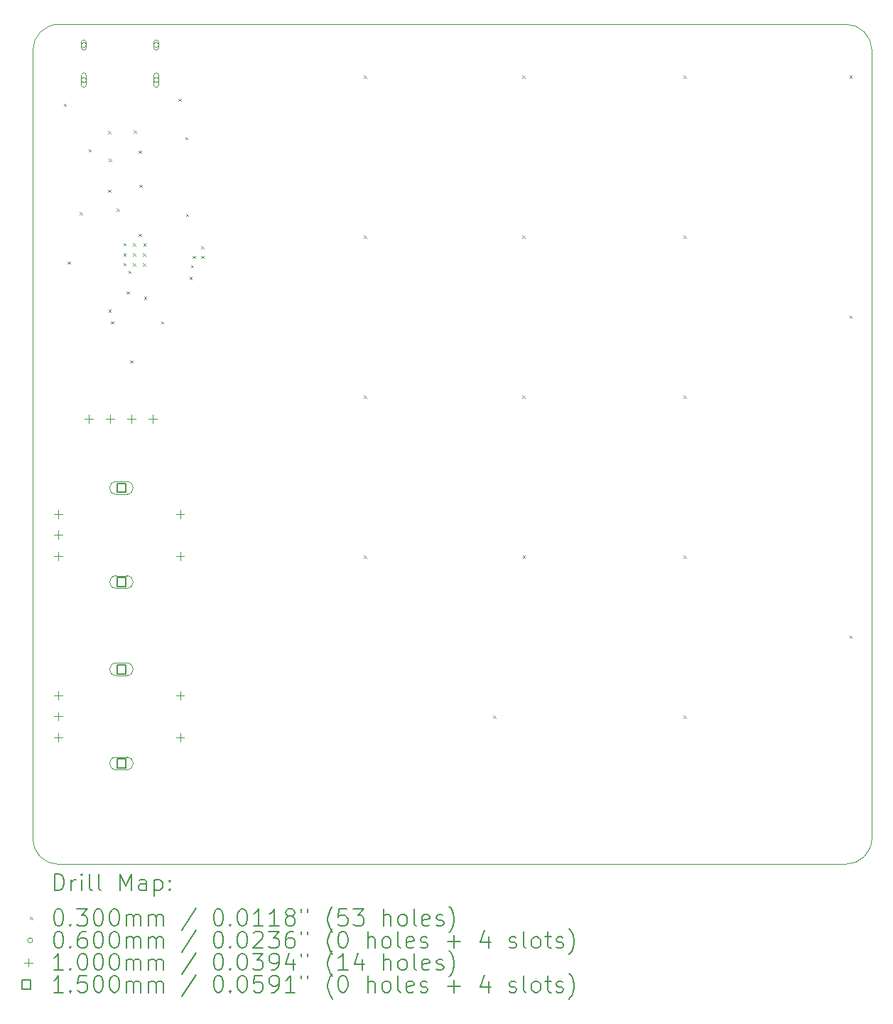
<source format=gbr>
%TF.GenerationSoftware,KiCad,Pcbnew,8.0.1*%
%TF.CreationDate,2024-08-08T15:56:38+10:00*%
%TF.ProjectId,banana17_main,62616e61-6e61-4313-975f-6d61696e2e6b,rev?*%
%TF.SameCoordinates,Original*%
%TF.FileFunction,Drillmap*%
%TF.FilePolarity,Positive*%
%FSLAX45Y45*%
G04 Gerber Fmt 4.5, Leading zero omitted, Abs format (unit mm)*
G04 Created by KiCad (PCBNEW 8.0.1) date 2024-08-08 15:56:38*
%MOMM*%
%LPD*%
G01*
G04 APERTURE LIST*
%ADD10C,0.050000*%
%ADD11C,0.200000*%
%ADD12C,0.100000*%
%ADD13C,0.150000*%
G04 APERTURE END LIST*
D10*
X9500000Y-5610000D02*
G75*
G02*
X9810126Y-5299740I310260J0D01*
G01*
X9800000Y-15300000D02*
G75*
G02*
X9500000Y-15000000I0J300000D01*
G01*
X9810126Y-5299736D02*
X19190000Y-5300000D01*
X19500000Y-14989736D02*
G75*
G02*
X19189874Y-15300000I-310260J-4D01*
G01*
X9500000Y-15000000D02*
X9500000Y-5610000D01*
X9800000Y-15300000D02*
X19189874Y-15300000D01*
X19190000Y-5300000D02*
G75*
G02*
X19500260Y-5610126I0J-310260D01*
G01*
X19500264Y-5610126D02*
X19500000Y-14989736D01*
D11*
D12*
X9868865Y-6244636D02*
X9898865Y-6274636D01*
X9898865Y-6244636D02*
X9868865Y-6274636D01*
X9913000Y-8124500D02*
X9943000Y-8154500D01*
X9943000Y-8124500D02*
X9913000Y-8154500D01*
X10060500Y-7534500D02*
X10090500Y-7564500D01*
X10090500Y-7534500D02*
X10060500Y-7564500D01*
X10165000Y-6785000D02*
X10195000Y-6815000D01*
X10195000Y-6785000D02*
X10165000Y-6815000D01*
X10395000Y-7268500D02*
X10425000Y-7298500D01*
X10425000Y-7268500D02*
X10395000Y-7298500D01*
X10398486Y-6570250D02*
X10428486Y-6600250D01*
X10428486Y-6570250D02*
X10398486Y-6600250D01*
X10403000Y-8694500D02*
X10433000Y-8724500D01*
X10433000Y-8694500D02*
X10403000Y-8724500D01*
X10406750Y-6902500D02*
X10436750Y-6932500D01*
X10436750Y-6902500D02*
X10406750Y-6932500D01*
X10433000Y-8837000D02*
X10463000Y-8867000D01*
X10463000Y-8837000D02*
X10433000Y-8867000D01*
X10499000Y-7492122D02*
X10529000Y-7522122D01*
X10529000Y-7492122D02*
X10499000Y-7522122D01*
X10580500Y-7904500D02*
X10610500Y-7934500D01*
X10610500Y-7904500D02*
X10580500Y-7934500D01*
X10580500Y-8024500D02*
X10610500Y-8054500D01*
X10610500Y-8024500D02*
X10580500Y-8054500D01*
X10580500Y-8142000D02*
X10610500Y-8172000D01*
X10610500Y-8142000D02*
X10580500Y-8172000D01*
X10618500Y-8480000D02*
X10648500Y-8510000D01*
X10648500Y-8480000D02*
X10618500Y-8510000D01*
X10639812Y-8233500D02*
X10669812Y-8263500D01*
X10669812Y-8233500D02*
X10639812Y-8263500D01*
X10658000Y-9299500D02*
X10688000Y-9329500D01*
X10688000Y-9299500D02*
X10658000Y-9329500D01*
X10695500Y-7907000D02*
X10725500Y-7937000D01*
X10725500Y-7907000D02*
X10695500Y-7937000D01*
X10695500Y-8027000D02*
X10725500Y-8057000D01*
X10725500Y-8027000D02*
X10695500Y-8057000D01*
X10695500Y-8144500D02*
X10725500Y-8174500D01*
X10725500Y-8144500D02*
X10695500Y-8174500D01*
X10700236Y-6562382D02*
X10730236Y-6592382D01*
X10730236Y-6562382D02*
X10700236Y-6592382D01*
X10762000Y-6805000D02*
X10792000Y-6835000D01*
X10792000Y-6805000D02*
X10762000Y-6835000D01*
X10763000Y-7792000D02*
X10793000Y-7822000D01*
X10793000Y-7792000D02*
X10763000Y-7822000D01*
X10772000Y-7209000D02*
X10802000Y-7239000D01*
X10802000Y-7209000D02*
X10772000Y-7239000D01*
X10813000Y-8024500D02*
X10843000Y-8054500D01*
X10843000Y-8024500D02*
X10813000Y-8054500D01*
X10813000Y-8144500D02*
X10843000Y-8174500D01*
X10843000Y-8144500D02*
X10813000Y-8174500D01*
X10815500Y-7909500D02*
X10845500Y-7939500D01*
X10845500Y-7909500D02*
X10815500Y-7939500D01*
X10825500Y-8545000D02*
X10855500Y-8575000D01*
X10855500Y-8545000D02*
X10825500Y-8575000D01*
X11028000Y-8837000D02*
X11058000Y-8867000D01*
X11058000Y-8837000D02*
X11028000Y-8867000D01*
X11236000Y-6186000D02*
X11266000Y-6216000D01*
X11266000Y-6186000D02*
X11236000Y-6216000D01*
X11317000Y-6641000D02*
X11347000Y-6671000D01*
X11347000Y-6641000D02*
X11317000Y-6671000D01*
X11325000Y-7555000D02*
X11355000Y-7585000D01*
X11355000Y-7555000D02*
X11325000Y-7585000D01*
X11365000Y-8305000D02*
X11395000Y-8335000D01*
X11395000Y-8305000D02*
X11365000Y-8335000D01*
X11385000Y-8165000D02*
X11415000Y-8195000D01*
X11415000Y-8165000D02*
X11385000Y-8195000D01*
X11405000Y-8055000D02*
X11435000Y-8085000D01*
X11435000Y-8055000D02*
X11405000Y-8085000D01*
X11505000Y-8055000D02*
X11535000Y-8085000D01*
X11535000Y-8055000D02*
X11505000Y-8085000D01*
X11507597Y-7943500D02*
X11537597Y-7973500D01*
X11537597Y-7943500D02*
X11507597Y-7973500D01*
X13443889Y-7814075D02*
X13473889Y-7844075D01*
X13473889Y-7814075D02*
X13443889Y-7844075D01*
X13445000Y-5909219D02*
X13475000Y-5939219D01*
X13475000Y-5909219D02*
X13445000Y-5939219D01*
X13445000Y-9719066D02*
X13475000Y-9749066D01*
X13475000Y-9719066D02*
X13445000Y-9749066D01*
X13445000Y-11623750D02*
X13475000Y-11653750D01*
X13475000Y-11623750D02*
X13445000Y-11653750D01*
X14987110Y-13528164D02*
X15017110Y-13558164D01*
X15017110Y-13528164D02*
X14987110Y-13558164D01*
X15334841Y-9719546D02*
X15364841Y-9749546D01*
X15364841Y-9719546D02*
X15334841Y-9749546D01*
X15334845Y-5908981D02*
X15364845Y-5938981D01*
X15364845Y-5908981D02*
X15334845Y-5938981D01*
X15334845Y-7813950D02*
X15364845Y-7843950D01*
X15364845Y-7813950D02*
X15334845Y-7843950D01*
X15335938Y-11623748D02*
X15365938Y-11653748D01*
X15365938Y-11623748D02*
X15335938Y-11653748D01*
X17256459Y-5909166D02*
X17286459Y-5939166D01*
X17286459Y-5909166D02*
X17256459Y-5939166D01*
X17256459Y-7814061D02*
X17286459Y-7844061D01*
X17286459Y-7814061D02*
X17256459Y-7844061D01*
X17256459Y-9719060D02*
X17286459Y-9749060D01*
X17286459Y-9719060D02*
X17256459Y-9749060D01*
X17256459Y-11624165D02*
X17286459Y-11654165D01*
X17286459Y-11624165D02*
X17256459Y-11654165D01*
X17256877Y-13528541D02*
X17286877Y-13558541D01*
X17286877Y-13528541D02*
X17256877Y-13558541D01*
X19231095Y-12575938D02*
X19261095Y-12605938D01*
X19261095Y-12575938D02*
X19231095Y-12605938D01*
X19231254Y-5908891D02*
X19261254Y-5938891D01*
X19261254Y-5908891D02*
X19231254Y-5938891D01*
X19231254Y-8766942D02*
X19261254Y-8796942D01*
X19261254Y-8766942D02*
X19231254Y-8796942D01*
X10136486Y-5546000D02*
G75*
G02*
X10076486Y-5546000I-30000J0D01*
G01*
X10076486Y-5546000D02*
G75*
G02*
X10136486Y-5546000I30000J0D01*
G01*
X10076486Y-5516000D02*
X10076486Y-5576000D01*
X10136486Y-5576000D02*
G75*
G02*
X10076486Y-5576000I-30000J0D01*
G01*
X10136486Y-5576000D02*
X10136486Y-5516000D01*
X10136486Y-5516000D02*
G75*
G03*
X10076486Y-5516000I-30000J0D01*
G01*
X10136486Y-5964000D02*
G75*
G02*
X10076486Y-5964000I-30000J0D01*
G01*
X10076486Y-5964000D02*
G75*
G02*
X10136486Y-5964000I30000J0D01*
G01*
X10076486Y-5909000D02*
X10076486Y-6019000D01*
X10136486Y-6019000D02*
G75*
G02*
X10076486Y-6019000I-30000J0D01*
G01*
X10136486Y-6019000D02*
X10136486Y-5909000D01*
X10136486Y-5909000D02*
G75*
G03*
X10076486Y-5909000I-30000J0D01*
G01*
X11000486Y-5546000D02*
G75*
G02*
X10940486Y-5546000I-30000J0D01*
G01*
X10940486Y-5546000D02*
G75*
G02*
X11000486Y-5546000I30000J0D01*
G01*
X10940486Y-5516000D02*
X10940486Y-5576000D01*
X11000486Y-5576000D02*
G75*
G02*
X10940486Y-5576000I-30000J0D01*
G01*
X11000486Y-5576000D02*
X11000486Y-5516000D01*
X11000486Y-5516000D02*
G75*
G03*
X10940486Y-5516000I-30000J0D01*
G01*
X11000486Y-5964000D02*
G75*
G02*
X10940486Y-5964000I-30000J0D01*
G01*
X10940486Y-5964000D02*
G75*
G02*
X11000486Y-5964000I30000J0D01*
G01*
X10940486Y-5909000D02*
X10940486Y-6019000D01*
X11000486Y-6019000D02*
G75*
G02*
X10940486Y-6019000I-30000J0D01*
G01*
X11000486Y-6019000D02*
X11000486Y-5909000D01*
X11000486Y-5909000D02*
G75*
G03*
X10940486Y-5909000I-30000J0D01*
G01*
X9805000Y-11080000D02*
X9805000Y-11180000D01*
X9755000Y-11130000D02*
X9855000Y-11130000D01*
X9805000Y-11330000D02*
X9805000Y-11430000D01*
X9755000Y-11380000D02*
X9855000Y-11380000D01*
X9805000Y-11580000D02*
X9805000Y-11680000D01*
X9755000Y-11630000D02*
X9855000Y-11630000D01*
X9805000Y-13240000D02*
X9805000Y-13340000D01*
X9755000Y-13290000D02*
X9855000Y-13290000D01*
X9805000Y-13490000D02*
X9805000Y-13590000D01*
X9755000Y-13540000D02*
X9855000Y-13540000D01*
X9805000Y-13740000D02*
X9805000Y-13840000D01*
X9755000Y-13790000D02*
X9855000Y-13790000D01*
X10169000Y-9948000D02*
X10169000Y-10048000D01*
X10119000Y-9998000D02*
X10219000Y-9998000D01*
X10423000Y-9948000D02*
X10423000Y-10048000D01*
X10373000Y-9998000D02*
X10473000Y-9998000D01*
X10677000Y-9948000D02*
X10677000Y-10048000D01*
X10627000Y-9998000D02*
X10727000Y-9998000D01*
X10931000Y-9948000D02*
X10931000Y-10048000D01*
X10881000Y-9998000D02*
X10981000Y-9998000D01*
X11255000Y-11080000D02*
X11255000Y-11180000D01*
X11205000Y-11130000D02*
X11305000Y-11130000D01*
X11255000Y-11580000D02*
X11255000Y-11680000D01*
X11205000Y-11630000D02*
X11305000Y-11630000D01*
X11255000Y-13240000D02*
X11255000Y-13340000D01*
X11205000Y-13290000D02*
X11305000Y-13290000D01*
X11255000Y-13740000D02*
X11255000Y-13840000D01*
X11205000Y-13790000D02*
X11305000Y-13790000D01*
D13*
X10608034Y-10873034D02*
X10608034Y-10766967D01*
X10501967Y-10766967D01*
X10501967Y-10873034D01*
X10608034Y-10873034D01*
D12*
X10490000Y-10895000D02*
X10620000Y-10895000D01*
X10620000Y-10745000D02*
G75*
G02*
X10620000Y-10895000I0J-75000D01*
G01*
X10620000Y-10745000D02*
X10490000Y-10745000D01*
X10490000Y-10745000D02*
G75*
G03*
X10490000Y-10895000I0J-75000D01*
G01*
D13*
X10608034Y-11993033D02*
X10608034Y-11886966D01*
X10501967Y-11886966D01*
X10501967Y-11993033D01*
X10608034Y-11993033D01*
D12*
X10490000Y-12015000D02*
X10620000Y-12015000D01*
X10620000Y-11865000D02*
G75*
G02*
X10620000Y-12015000I0J-75000D01*
G01*
X10620000Y-11865000D02*
X10490000Y-11865000D01*
X10490000Y-11865000D02*
G75*
G03*
X10490000Y-12015000I0J-75000D01*
G01*
D13*
X10608034Y-13033033D02*
X10608034Y-12926966D01*
X10501967Y-12926966D01*
X10501967Y-13033033D01*
X10608034Y-13033033D01*
D12*
X10490000Y-13055000D02*
X10620000Y-13055000D01*
X10620000Y-12905000D02*
G75*
G02*
X10620000Y-13055000I0J-75000D01*
G01*
X10620000Y-12905000D02*
X10490000Y-12905000D01*
X10490000Y-12905000D02*
G75*
G03*
X10490000Y-13055000I0J-75000D01*
G01*
D13*
X10608034Y-14153033D02*
X10608034Y-14046966D01*
X10501967Y-14046966D01*
X10501967Y-14153033D01*
X10608034Y-14153033D01*
D12*
X10490000Y-14175000D02*
X10620000Y-14175000D01*
X10620000Y-14025000D02*
G75*
G02*
X10620000Y-14175000I0J-75000D01*
G01*
X10620000Y-14025000D02*
X10490000Y-14025000D01*
X10490000Y-14025000D02*
G75*
G03*
X10490000Y-14175000I0J-75000D01*
G01*
D11*
X9758277Y-15613984D02*
X9758277Y-15413984D01*
X9758277Y-15413984D02*
X9805896Y-15413984D01*
X9805896Y-15413984D02*
X9834467Y-15423508D01*
X9834467Y-15423508D02*
X9853515Y-15442555D01*
X9853515Y-15442555D02*
X9863039Y-15461603D01*
X9863039Y-15461603D02*
X9872563Y-15499698D01*
X9872563Y-15499698D02*
X9872563Y-15528269D01*
X9872563Y-15528269D02*
X9863039Y-15566365D01*
X9863039Y-15566365D02*
X9853515Y-15585412D01*
X9853515Y-15585412D02*
X9834467Y-15604460D01*
X9834467Y-15604460D02*
X9805896Y-15613984D01*
X9805896Y-15613984D02*
X9758277Y-15613984D01*
X9958277Y-15613984D02*
X9958277Y-15480650D01*
X9958277Y-15518746D02*
X9967801Y-15499698D01*
X9967801Y-15499698D02*
X9977324Y-15490174D01*
X9977324Y-15490174D02*
X9996372Y-15480650D01*
X9996372Y-15480650D02*
X10015420Y-15480650D01*
X10082086Y-15613984D02*
X10082086Y-15480650D01*
X10082086Y-15413984D02*
X10072563Y-15423508D01*
X10072563Y-15423508D02*
X10082086Y-15433031D01*
X10082086Y-15433031D02*
X10091610Y-15423508D01*
X10091610Y-15423508D02*
X10082086Y-15413984D01*
X10082086Y-15413984D02*
X10082086Y-15433031D01*
X10205896Y-15613984D02*
X10186848Y-15604460D01*
X10186848Y-15604460D02*
X10177324Y-15585412D01*
X10177324Y-15585412D02*
X10177324Y-15413984D01*
X10310658Y-15613984D02*
X10291610Y-15604460D01*
X10291610Y-15604460D02*
X10282086Y-15585412D01*
X10282086Y-15585412D02*
X10282086Y-15413984D01*
X10539229Y-15613984D02*
X10539229Y-15413984D01*
X10539229Y-15413984D02*
X10605896Y-15556841D01*
X10605896Y-15556841D02*
X10672563Y-15413984D01*
X10672563Y-15413984D02*
X10672563Y-15613984D01*
X10853515Y-15613984D02*
X10853515Y-15509222D01*
X10853515Y-15509222D02*
X10843991Y-15490174D01*
X10843991Y-15490174D02*
X10824944Y-15480650D01*
X10824944Y-15480650D02*
X10786848Y-15480650D01*
X10786848Y-15480650D02*
X10767801Y-15490174D01*
X10853515Y-15604460D02*
X10834467Y-15613984D01*
X10834467Y-15613984D02*
X10786848Y-15613984D01*
X10786848Y-15613984D02*
X10767801Y-15604460D01*
X10767801Y-15604460D02*
X10758277Y-15585412D01*
X10758277Y-15585412D02*
X10758277Y-15566365D01*
X10758277Y-15566365D02*
X10767801Y-15547317D01*
X10767801Y-15547317D02*
X10786848Y-15537793D01*
X10786848Y-15537793D02*
X10834467Y-15537793D01*
X10834467Y-15537793D02*
X10853515Y-15528269D01*
X10948753Y-15480650D02*
X10948753Y-15680650D01*
X10948753Y-15490174D02*
X10967801Y-15480650D01*
X10967801Y-15480650D02*
X11005896Y-15480650D01*
X11005896Y-15480650D02*
X11024944Y-15490174D01*
X11024944Y-15490174D02*
X11034467Y-15499698D01*
X11034467Y-15499698D02*
X11043991Y-15518746D01*
X11043991Y-15518746D02*
X11043991Y-15575888D01*
X11043991Y-15575888D02*
X11034467Y-15594936D01*
X11034467Y-15594936D02*
X11024944Y-15604460D01*
X11024944Y-15604460D02*
X11005896Y-15613984D01*
X11005896Y-15613984D02*
X10967801Y-15613984D01*
X10967801Y-15613984D02*
X10948753Y-15604460D01*
X11129705Y-15594936D02*
X11139229Y-15604460D01*
X11139229Y-15604460D02*
X11129705Y-15613984D01*
X11129705Y-15613984D02*
X11120182Y-15604460D01*
X11120182Y-15604460D02*
X11129705Y-15594936D01*
X11129705Y-15594936D02*
X11129705Y-15613984D01*
X11129705Y-15490174D02*
X11139229Y-15499698D01*
X11139229Y-15499698D02*
X11129705Y-15509222D01*
X11129705Y-15509222D02*
X11120182Y-15499698D01*
X11120182Y-15499698D02*
X11129705Y-15490174D01*
X11129705Y-15490174D02*
X11129705Y-15509222D01*
D12*
X9467500Y-15927500D02*
X9497500Y-15957500D01*
X9497500Y-15927500D02*
X9467500Y-15957500D01*
D11*
X9796372Y-15833984D02*
X9815420Y-15833984D01*
X9815420Y-15833984D02*
X9834467Y-15843508D01*
X9834467Y-15843508D02*
X9843991Y-15853031D01*
X9843991Y-15853031D02*
X9853515Y-15872079D01*
X9853515Y-15872079D02*
X9863039Y-15910174D01*
X9863039Y-15910174D02*
X9863039Y-15957793D01*
X9863039Y-15957793D02*
X9853515Y-15995888D01*
X9853515Y-15995888D02*
X9843991Y-16014936D01*
X9843991Y-16014936D02*
X9834467Y-16024460D01*
X9834467Y-16024460D02*
X9815420Y-16033984D01*
X9815420Y-16033984D02*
X9796372Y-16033984D01*
X9796372Y-16033984D02*
X9777324Y-16024460D01*
X9777324Y-16024460D02*
X9767801Y-16014936D01*
X9767801Y-16014936D02*
X9758277Y-15995888D01*
X9758277Y-15995888D02*
X9748753Y-15957793D01*
X9748753Y-15957793D02*
X9748753Y-15910174D01*
X9748753Y-15910174D02*
X9758277Y-15872079D01*
X9758277Y-15872079D02*
X9767801Y-15853031D01*
X9767801Y-15853031D02*
X9777324Y-15843508D01*
X9777324Y-15843508D02*
X9796372Y-15833984D01*
X9948753Y-16014936D02*
X9958277Y-16024460D01*
X9958277Y-16024460D02*
X9948753Y-16033984D01*
X9948753Y-16033984D02*
X9939229Y-16024460D01*
X9939229Y-16024460D02*
X9948753Y-16014936D01*
X9948753Y-16014936D02*
X9948753Y-16033984D01*
X10024944Y-15833984D02*
X10148753Y-15833984D01*
X10148753Y-15833984D02*
X10082086Y-15910174D01*
X10082086Y-15910174D02*
X10110658Y-15910174D01*
X10110658Y-15910174D02*
X10129705Y-15919698D01*
X10129705Y-15919698D02*
X10139229Y-15929222D01*
X10139229Y-15929222D02*
X10148753Y-15948269D01*
X10148753Y-15948269D02*
X10148753Y-15995888D01*
X10148753Y-15995888D02*
X10139229Y-16014936D01*
X10139229Y-16014936D02*
X10129705Y-16024460D01*
X10129705Y-16024460D02*
X10110658Y-16033984D01*
X10110658Y-16033984D02*
X10053515Y-16033984D01*
X10053515Y-16033984D02*
X10034467Y-16024460D01*
X10034467Y-16024460D02*
X10024944Y-16014936D01*
X10272563Y-15833984D02*
X10291610Y-15833984D01*
X10291610Y-15833984D02*
X10310658Y-15843508D01*
X10310658Y-15843508D02*
X10320182Y-15853031D01*
X10320182Y-15853031D02*
X10329705Y-15872079D01*
X10329705Y-15872079D02*
X10339229Y-15910174D01*
X10339229Y-15910174D02*
X10339229Y-15957793D01*
X10339229Y-15957793D02*
X10329705Y-15995888D01*
X10329705Y-15995888D02*
X10320182Y-16014936D01*
X10320182Y-16014936D02*
X10310658Y-16024460D01*
X10310658Y-16024460D02*
X10291610Y-16033984D01*
X10291610Y-16033984D02*
X10272563Y-16033984D01*
X10272563Y-16033984D02*
X10253515Y-16024460D01*
X10253515Y-16024460D02*
X10243991Y-16014936D01*
X10243991Y-16014936D02*
X10234467Y-15995888D01*
X10234467Y-15995888D02*
X10224944Y-15957793D01*
X10224944Y-15957793D02*
X10224944Y-15910174D01*
X10224944Y-15910174D02*
X10234467Y-15872079D01*
X10234467Y-15872079D02*
X10243991Y-15853031D01*
X10243991Y-15853031D02*
X10253515Y-15843508D01*
X10253515Y-15843508D02*
X10272563Y-15833984D01*
X10463039Y-15833984D02*
X10482086Y-15833984D01*
X10482086Y-15833984D02*
X10501134Y-15843508D01*
X10501134Y-15843508D02*
X10510658Y-15853031D01*
X10510658Y-15853031D02*
X10520182Y-15872079D01*
X10520182Y-15872079D02*
X10529705Y-15910174D01*
X10529705Y-15910174D02*
X10529705Y-15957793D01*
X10529705Y-15957793D02*
X10520182Y-15995888D01*
X10520182Y-15995888D02*
X10510658Y-16014936D01*
X10510658Y-16014936D02*
X10501134Y-16024460D01*
X10501134Y-16024460D02*
X10482086Y-16033984D01*
X10482086Y-16033984D02*
X10463039Y-16033984D01*
X10463039Y-16033984D02*
X10443991Y-16024460D01*
X10443991Y-16024460D02*
X10434467Y-16014936D01*
X10434467Y-16014936D02*
X10424944Y-15995888D01*
X10424944Y-15995888D02*
X10415420Y-15957793D01*
X10415420Y-15957793D02*
X10415420Y-15910174D01*
X10415420Y-15910174D02*
X10424944Y-15872079D01*
X10424944Y-15872079D02*
X10434467Y-15853031D01*
X10434467Y-15853031D02*
X10443991Y-15843508D01*
X10443991Y-15843508D02*
X10463039Y-15833984D01*
X10615420Y-16033984D02*
X10615420Y-15900650D01*
X10615420Y-15919698D02*
X10624944Y-15910174D01*
X10624944Y-15910174D02*
X10643991Y-15900650D01*
X10643991Y-15900650D02*
X10672563Y-15900650D01*
X10672563Y-15900650D02*
X10691610Y-15910174D01*
X10691610Y-15910174D02*
X10701134Y-15929222D01*
X10701134Y-15929222D02*
X10701134Y-16033984D01*
X10701134Y-15929222D02*
X10710658Y-15910174D01*
X10710658Y-15910174D02*
X10729705Y-15900650D01*
X10729705Y-15900650D02*
X10758277Y-15900650D01*
X10758277Y-15900650D02*
X10777325Y-15910174D01*
X10777325Y-15910174D02*
X10786848Y-15929222D01*
X10786848Y-15929222D02*
X10786848Y-16033984D01*
X10882086Y-16033984D02*
X10882086Y-15900650D01*
X10882086Y-15919698D02*
X10891610Y-15910174D01*
X10891610Y-15910174D02*
X10910658Y-15900650D01*
X10910658Y-15900650D02*
X10939229Y-15900650D01*
X10939229Y-15900650D02*
X10958277Y-15910174D01*
X10958277Y-15910174D02*
X10967801Y-15929222D01*
X10967801Y-15929222D02*
X10967801Y-16033984D01*
X10967801Y-15929222D02*
X10977325Y-15910174D01*
X10977325Y-15910174D02*
X10996372Y-15900650D01*
X10996372Y-15900650D02*
X11024944Y-15900650D01*
X11024944Y-15900650D02*
X11043991Y-15910174D01*
X11043991Y-15910174D02*
X11053515Y-15929222D01*
X11053515Y-15929222D02*
X11053515Y-16033984D01*
X11443991Y-15824460D02*
X11272563Y-16081603D01*
X11701134Y-15833984D02*
X11720182Y-15833984D01*
X11720182Y-15833984D02*
X11739229Y-15843508D01*
X11739229Y-15843508D02*
X11748753Y-15853031D01*
X11748753Y-15853031D02*
X11758277Y-15872079D01*
X11758277Y-15872079D02*
X11767801Y-15910174D01*
X11767801Y-15910174D02*
X11767801Y-15957793D01*
X11767801Y-15957793D02*
X11758277Y-15995888D01*
X11758277Y-15995888D02*
X11748753Y-16014936D01*
X11748753Y-16014936D02*
X11739229Y-16024460D01*
X11739229Y-16024460D02*
X11720182Y-16033984D01*
X11720182Y-16033984D02*
X11701134Y-16033984D01*
X11701134Y-16033984D02*
X11682086Y-16024460D01*
X11682086Y-16024460D02*
X11672563Y-16014936D01*
X11672563Y-16014936D02*
X11663039Y-15995888D01*
X11663039Y-15995888D02*
X11653515Y-15957793D01*
X11653515Y-15957793D02*
X11653515Y-15910174D01*
X11653515Y-15910174D02*
X11663039Y-15872079D01*
X11663039Y-15872079D02*
X11672563Y-15853031D01*
X11672563Y-15853031D02*
X11682086Y-15843508D01*
X11682086Y-15843508D02*
X11701134Y-15833984D01*
X11853515Y-16014936D02*
X11863039Y-16024460D01*
X11863039Y-16024460D02*
X11853515Y-16033984D01*
X11853515Y-16033984D02*
X11843991Y-16024460D01*
X11843991Y-16024460D02*
X11853515Y-16014936D01*
X11853515Y-16014936D02*
X11853515Y-16033984D01*
X11986848Y-15833984D02*
X12005896Y-15833984D01*
X12005896Y-15833984D02*
X12024944Y-15843508D01*
X12024944Y-15843508D02*
X12034467Y-15853031D01*
X12034467Y-15853031D02*
X12043991Y-15872079D01*
X12043991Y-15872079D02*
X12053515Y-15910174D01*
X12053515Y-15910174D02*
X12053515Y-15957793D01*
X12053515Y-15957793D02*
X12043991Y-15995888D01*
X12043991Y-15995888D02*
X12034467Y-16014936D01*
X12034467Y-16014936D02*
X12024944Y-16024460D01*
X12024944Y-16024460D02*
X12005896Y-16033984D01*
X12005896Y-16033984D02*
X11986848Y-16033984D01*
X11986848Y-16033984D02*
X11967801Y-16024460D01*
X11967801Y-16024460D02*
X11958277Y-16014936D01*
X11958277Y-16014936D02*
X11948753Y-15995888D01*
X11948753Y-15995888D02*
X11939229Y-15957793D01*
X11939229Y-15957793D02*
X11939229Y-15910174D01*
X11939229Y-15910174D02*
X11948753Y-15872079D01*
X11948753Y-15872079D02*
X11958277Y-15853031D01*
X11958277Y-15853031D02*
X11967801Y-15843508D01*
X11967801Y-15843508D02*
X11986848Y-15833984D01*
X12243991Y-16033984D02*
X12129706Y-16033984D01*
X12186848Y-16033984D02*
X12186848Y-15833984D01*
X12186848Y-15833984D02*
X12167801Y-15862555D01*
X12167801Y-15862555D02*
X12148753Y-15881603D01*
X12148753Y-15881603D02*
X12129706Y-15891127D01*
X12434467Y-16033984D02*
X12320182Y-16033984D01*
X12377325Y-16033984D02*
X12377325Y-15833984D01*
X12377325Y-15833984D02*
X12358277Y-15862555D01*
X12358277Y-15862555D02*
X12339229Y-15881603D01*
X12339229Y-15881603D02*
X12320182Y-15891127D01*
X12548753Y-15919698D02*
X12529706Y-15910174D01*
X12529706Y-15910174D02*
X12520182Y-15900650D01*
X12520182Y-15900650D02*
X12510658Y-15881603D01*
X12510658Y-15881603D02*
X12510658Y-15872079D01*
X12510658Y-15872079D02*
X12520182Y-15853031D01*
X12520182Y-15853031D02*
X12529706Y-15843508D01*
X12529706Y-15843508D02*
X12548753Y-15833984D01*
X12548753Y-15833984D02*
X12586848Y-15833984D01*
X12586848Y-15833984D02*
X12605896Y-15843508D01*
X12605896Y-15843508D02*
X12615420Y-15853031D01*
X12615420Y-15853031D02*
X12624944Y-15872079D01*
X12624944Y-15872079D02*
X12624944Y-15881603D01*
X12624944Y-15881603D02*
X12615420Y-15900650D01*
X12615420Y-15900650D02*
X12605896Y-15910174D01*
X12605896Y-15910174D02*
X12586848Y-15919698D01*
X12586848Y-15919698D02*
X12548753Y-15919698D01*
X12548753Y-15919698D02*
X12529706Y-15929222D01*
X12529706Y-15929222D02*
X12520182Y-15938746D01*
X12520182Y-15938746D02*
X12510658Y-15957793D01*
X12510658Y-15957793D02*
X12510658Y-15995888D01*
X12510658Y-15995888D02*
X12520182Y-16014936D01*
X12520182Y-16014936D02*
X12529706Y-16024460D01*
X12529706Y-16024460D02*
X12548753Y-16033984D01*
X12548753Y-16033984D02*
X12586848Y-16033984D01*
X12586848Y-16033984D02*
X12605896Y-16024460D01*
X12605896Y-16024460D02*
X12615420Y-16014936D01*
X12615420Y-16014936D02*
X12624944Y-15995888D01*
X12624944Y-15995888D02*
X12624944Y-15957793D01*
X12624944Y-15957793D02*
X12615420Y-15938746D01*
X12615420Y-15938746D02*
X12605896Y-15929222D01*
X12605896Y-15929222D02*
X12586848Y-15919698D01*
X12701134Y-15833984D02*
X12701134Y-15872079D01*
X12777325Y-15833984D02*
X12777325Y-15872079D01*
X13072563Y-16110174D02*
X13063039Y-16100650D01*
X13063039Y-16100650D02*
X13043991Y-16072079D01*
X13043991Y-16072079D02*
X13034468Y-16053031D01*
X13034468Y-16053031D02*
X13024944Y-16024460D01*
X13024944Y-16024460D02*
X13015420Y-15976841D01*
X13015420Y-15976841D02*
X13015420Y-15938746D01*
X13015420Y-15938746D02*
X13024944Y-15891127D01*
X13024944Y-15891127D02*
X13034468Y-15862555D01*
X13034468Y-15862555D02*
X13043991Y-15843508D01*
X13043991Y-15843508D02*
X13063039Y-15814936D01*
X13063039Y-15814936D02*
X13072563Y-15805412D01*
X13243991Y-15833984D02*
X13148753Y-15833984D01*
X13148753Y-15833984D02*
X13139229Y-15929222D01*
X13139229Y-15929222D02*
X13148753Y-15919698D01*
X13148753Y-15919698D02*
X13167801Y-15910174D01*
X13167801Y-15910174D02*
X13215420Y-15910174D01*
X13215420Y-15910174D02*
X13234468Y-15919698D01*
X13234468Y-15919698D02*
X13243991Y-15929222D01*
X13243991Y-15929222D02*
X13253515Y-15948269D01*
X13253515Y-15948269D02*
X13253515Y-15995888D01*
X13253515Y-15995888D02*
X13243991Y-16014936D01*
X13243991Y-16014936D02*
X13234468Y-16024460D01*
X13234468Y-16024460D02*
X13215420Y-16033984D01*
X13215420Y-16033984D02*
X13167801Y-16033984D01*
X13167801Y-16033984D02*
X13148753Y-16024460D01*
X13148753Y-16024460D02*
X13139229Y-16014936D01*
X13320182Y-15833984D02*
X13443991Y-15833984D01*
X13443991Y-15833984D02*
X13377325Y-15910174D01*
X13377325Y-15910174D02*
X13405896Y-15910174D01*
X13405896Y-15910174D02*
X13424944Y-15919698D01*
X13424944Y-15919698D02*
X13434468Y-15929222D01*
X13434468Y-15929222D02*
X13443991Y-15948269D01*
X13443991Y-15948269D02*
X13443991Y-15995888D01*
X13443991Y-15995888D02*
X13434468Y-16014936D01*
X13434468Y-16014936D02*
X13424944Y-16024460D01*
X13424944Y-16024460D02*
X13405896Y-16033984D01*
X13405896Y-16033984D02*
X13348753Y-16033984D01*
X13348753Y-16033984D02*
X13329706Y-16024460D01*
X13329706Y-16024460D02*
X13320182Y-16014936D01*
X13682087Y-16033984D02*
X13682087Y-15833984D01*
X13767801Y-16033984D02*
X13767801Y-15929222D01*
X13767801Y-15929222D02*
X13758277Y-15910174D01*
X13758277Y-15910174D02*
X13739230Y-15900650D01*
X13739230Y-15900650D02*
X13710658Y-15900650D01*
X13710658Y-15900650D02*
X13691610Y-15910174D01*
X13691610Y-15910174D02*
X13682087Y-15919698D01*
X13891610Y-16033984D02*
X13872563Y-16024460D01*
X13872563Y-16024460D02*
X13863039Y-16014936D01*
X13863039Y-16014936D02*
X13853515Y-15995888D01*
X13853515Y-15995888D02*
X13853515Y-15938746D01*
X13853515Y-15938746D02*
X13863039Y-15919698D01*
X13863039Y-15919698D02*
X13872563Y-15910174D01*
X13872563Y-15910174D02*
X13891610Y-15900650D01*
X13891610Y-15900650D02*
X13920182Y-15900650D01*
X13920182Y-15900650D02*
X13939230Y-15910174D01*
X13939230Y-15910174D02*
X13948753Y-15919698D01*
X13948753Y-15919698D02*
X13958277Y-15938746D01*
X13958277Y-15938746D02*
X13958277Y-15995888D01*
X13958277Y-15995888D02*
X13948753Y-16014936D01*
X13948753Y-16014936D02*
X13939230Y-16024460D01*
X13939230Y-16024460D02*
X13920182Y-16033984D01*
X13920182Y-16033984D02*
X13891610Y-16033984D01*
X14072563Y-16033984D02*
X14053515Y-16024460D01*
X14053515Y-16024460D02*
X14043991Y-16005412D01*
X14043991Y-16005412D02*
X14043991Y-15833984D01*
X14224944Y-16024460D02*
X14205896Y-16033984D01*
X14205896Y-16033984D02*
X14167801Y-16033984D01*
X14167801Y-16033984D02*
X14148753Y-16024460D01*
X14148753Y-16024460D02*
X14139230Y-16005412D01*
X14139230Y-16005412D02*
X14139230Y-15929222D01*
X14139230Y-15929222D02*
X14148753Y-15910174D01*
X14148753Y-15910174D02*
X14167801Y-15900650D01*
X14167801Y-15900650D02*
X14205896Y-15900650D01*
X14205896Y-15900650D02*
X14224944Y-15910174D01*
X14224944Y-15910174D02*
X14234468Y-15929222D01*
X14234468Y-15929222D02*
X14234468Y-15948269D01*
X14234468Y-15948269D02*
X14139230Y-15967317D01*
X14310658Y-16024460D02*
X14329706Y-16033984D01*
X14329706Y-16033984D02*
X14367801Y-16033984D01*
X14367801Y-16033984D02*
X14386849Y-16024460D01*
X14386849Y-16024460D02*
X14396372Y-16005412D01*
X14396372Y-16005412D02*
X14396372Y-15995888D01*
X14396372Y-15995888D02*
X14386849Y-15976841D01*
X14386849Y-15976841D02*
X14367801Y-15967317D01*
X14367801Y-15967317D02*
X14339230Y-15967317D01*
X14339230Y-15967317D02*
X14320182Y-15957793D01*
X14320182Y-15957793D02*
X14310658Y-15938746D01*
X14310658Y-15938746D02*
X14310658Y-15929222D01*
X14310658Y-15929222D02*
X14320182Y-15910174D01*
X14320182Y-15910174D02*
X14339230Y-15900650D01*
X14339230Y-15900650D02*
X14367801Y-15900650D01*
X14367801Y-15900650D02*
X14386849Y-15910174D01*
X14463039Y-16110174D02*
X14472563Y-16100650D01*
X14472563Y-16100650D02*
X14491611Y-16072079D01*
X14491611Y-16072079D02*
X14501134Y-16053031D01*
X14501134Y-16053031D02*
X14510658Y-16024460D01*
X14510658Y-16024460D02*
X14520182Y-15976841D01*
X14520182Y-15976841D02*
X14520182Y-15938746D01*
X14520182Y-15938746D02*
X14510658Y-15891127D01*
X14510658Y-15891127D02*
X14501134Y-15862555D01*
X14501134Y-15862555D02*
X14491611Y-15843508D01*
X14491611Y-15843508D02*
X14472563Y-15814936D01*
X14472563Y-15814936D02*
X14463039Y-15805412D01*
D12*
X9497500Y-16206500D02*
G75*
G02*
X9437500Y-16206500I-30000J0D01*
G01*
X9437500Y-16206500D02*
G75*
G02*
X9497500Y-16206500I30000J0D01*
G01*
D11*
X9796372Y-16097984D02*
X9815420Y-16097984D01*
X9815420Y-16097984D02*
X9834467Y-16107508D01*
X9834467Y-16107508D02*
X9843991Y-16117031D01*
X9843991Y-16117031D02*
X9853515Y-16136079D01*
X9853515Y-16136079D02*
X9863039Y-16174174D01*
X9863039Y-16174174D02*
X9863039Y-16221793D01*
X9863039Y-16221793D02*
X9853515Y-16259888D01*
X9853515Y-16259888D02*
X9843991Y-16278936D01*
X9843991Y-16278936D02*
X9834467Y-16288460D01*
X9834467Y-16288460D02*
X9815420Y-16297984D01*
X9815420Y-16297984D02*
X9796372Y-16297984D01*
X9796372Y-16297984D02*
X9777324Y-16288460D01*
X9777324Y-16288460D02*
X9767801Y-16278936D01*
X9767801Y-16278936D02*
X9758277Y-16259888D01*
X9758277Y-16259888D02*
X9748753Y-16221793D01*
X9748753Y-16221793D02*
X9748753Y-16174174D01*
X9748753Y-16174174D02*
X9758277Y-16136079D01*
X9758277Y-16136079D02*
X9767801Y-16117031D01*
X9767801Y-16117031D02*
X9777324Y-16107508D01*
X9777324Y-16107508D02*
X9796372Y-16097984D01*
X9948753Y-16278936D02*
X9958277Y-16288460D01*
X9958277Y-16288460D02*
X9948753Y-16297984D01*
X9948753Y-16297984D02*
X9939229Y-16288460D01*
X9939229Y-16288460D02*
X9948753Y-16278936D01*
X9948753Y-16278936D02*
X9948753Y-16297984D01*
X10129705Y-16097984D02*
X10091610Y-16097984D01*
X10091610Y-16097984D02*
X10072563Y-16107508D01*
X10072563Y-16107508D02*
X10063039Y-16117031D01*
X10063039Y-16117031D02*
X10043991Y-16145603D01*
X10043991Y-16145603D02*
X10034467Y-16183698D01*
X10034467Y-16183698D02*
X10034467Y-16259888D01*
X10034467Y-16259888D02*
X10043991Y-16278936D01*
X10043991Y-16278936D02*
X10053515Y-16288460D01*
X10053515Y-16288460D02*
X10072563Y-16297984D01*
X10072563Y-16297984D02*
X10110658Y-16297984D01*
X10110658Y-16297984D02*
X10129705Y-16288460D01*
X10129705Y-16288460D02*
X10139229Y-16278936D01*
X10139229Y-16278936D02*
X10148753Y-16259888D01*
X10148753Y-16259888D02*
X10148753Y-16212269D01*
X10148753Y-16212269D02*
X10139229Y-16193222D01*
X10139229Y-16193222D02*
X10129705Y-16183698D01*
X10129705Y-16183698D02*
X10110658Y-16174174D01*
X10110658Y-16174174D02*
X10072563Y-16174174D01*
X10072563Y-16174174D02*
X10053515Y-16183698D01*
X10053515Y-16183698D02*
X10043991Y-16193222D01*
X10043991Y-16193222D02*
X10034467Y-16212269D01*
X10272563Y-16097984D02*
X10291610Y-16097984D01*
X10291610Y-16097984D02*
X10310658Y-16107508D01*
X10310658Y-16107508D02*
X10320182Y-16117031D01*
X10320182Y-16117031D02*
X10329705Y-16136079D01*
X10329705Y-16136079D02*
X10339229Y-16174174D01*
X10339229Y-16174174D02*
X10339229Y-16221793D01*
X10339229Y-16221793D02*
X10329705Y-16259888D01*
X10329705Y-16259888D02*
X10320182Y-16278936D01*
X10320182Y-16278936D02*
X10310658Y-16288460D01*
X10310658Y-16288460D02*
X10291610Y-16297984D01*
X10291610Y-16297984D02*
X10272563Y-16297984D01*
X10272563Y-16297984D02*
X10253515Y-16288460D01*
X10253515Y-16288460D02*
X10243991Y-16278936D01*
X10243991Y-16278936D02*
X10234467Y-16259888D01*
X10234467Y-16259888D02*
X10224944Y-16221793D01*
X10224944Y-16221793D02*
X10224944Y-16174174D01*
X10224944Y-16174174D02*
X10234467Y-16136079D01*
X10234467Y-16136079D02*
X10243991Y-16117031D01*
X10243991Y-16117031D02*
X10253515Y-16107508D01*
X10253515Y-16107508D02*
X10272563Y-16097984D01*
X10463039Y-16097984D02*
X10482086Y-16097984D01*
X10482086Y-16097984D02*
X10501134Y-16107508D01*
X10501134Y-16107508D02*
X10510658Y-16117031D01*
X10510658Y-16117031D02*
X10520182Y-16136079D01*
X10520182Y-16136079D02*
X10529705Y-16174174D01*
X10529705Y-16174174D02*
X10529705Y-16221793D01*
X10529705Y-16221793D02*
X10520182Y-16259888D01*
X10520182Y-16259888D02*
X10510658Y-16278936D01*
X10510658Y-16278936D02*
X10501134Y-16288460D01*
X10501134Y-16288460D02*
X10482086Y-16297984D01*
X10482086Y-16297984D02*
X10463039Y-16297984D01*
X10463039Y-16297984D02*
X10443991Y-16288460D01*
X10443991Y-16288460D02*
X10434467Y-16278936D01*
X10434467Y-16278936D02*
X10424944Y-16259888D01*
X10424944Y-16259888D02*
X10415420Y-16221793D01*
X10415420Y-16221793D02*
X10415420Y-16174174D01*
X10415420Y-16174174D02*
X10424944Y-16136079D01*
X10424944Y-16136079D02*
X10434467Y-16117031D01*
X10434467Y-16117031D02*
X10443991Y-16107508D01*
X10443991Y-16107508D02*
X10463039Y-16097984D01*
X10615420Y-16297984D02*
X10615420Y-16164650D01*
X10615420Y-16183698D02*
X10624944Y-16174174D01*
X10624944Y-16174174D02*
X10643991Y-16164650D01*
X10643991Y-16164650D02*
X10672563Y-16164650D01*
X10672563Y-16164650D02*
X10691610Y-16174174D01*
X10691610Y-16174174D02*
X10701134Y-16193222D01*
X10701134Y-16193222D02*
X10701134Y-16297984D01*
X10701134Y-16193222D02*
X10710658Y-16174174D01*
X10710658Y-16174174D02*
X10729705Y-16164650D01*
X10729705Y-16164650D02*
X10758277Y-16164650D01*
X10758277Y-16164650D02*
X10777325Y-16174174D01*
X10777325Y-16174174D02*
X10786848Y-16193222D01*
X10786848Y-16193222D02*
X10786848Y-16297984D01*
X10882086Y-16297984D02*
X10882086Y-16164650D01*
X10882086Y-16183698D02*
X10891610Y-16174174D01*
X10891610Y-16174174D02*
X10910658Y-16164650D01*
X10910658Y-16164650D02*
X10939229Y-16164650D01*
X10939229Y-16164650D02*
X10958277Y-16174174D01*
X10958277Y-16174174D02*
X10967801Y-16193222D01*
X10967801Y-16193222D02*
X10967801Y-16297984D01*
X10967801Y-16193222D02*
X10977325Y-16174174D01*
X10977325Y-16174174D02*
X10996372Y-16164650D01*
X10996372Y-16164650D02*
X11024944Y-16164650D01*
X11024944Y-16164650D02*
X11043991Y-16174174D01*
X11043991Y-16174174D02*
X11053515Y-16193222D01*
X11053515Y-16193222D02*
X11053515Y-16297984D01*
X11443991Y-16088460D02*
X11272563Y-16345603D01*
X11701134Y-16097984D02*
X11720182Y-16097984D01*
X11720182Y-16097984D02*
X11739229Y-16107508D01*
X11739229Y-16107508D02*
X11748753Y-16117031D01*
X11748753Y-16117031D02*
X11758277Y-16136079D01*
X11758277Y-16136079D02*
X11767801Y-16174174D01*
X11767801Y-16174174D02*
X11767801Y-16221793D01*
X11767801Y-16221793D02*
X11758277Y-16259888D01*
X11758277Y-16259888D02*
X11748753Y-16278936D01*
X11748753Y-16278936D02*
X11739229Y-16288460D01*
X11739229Y-16288460D02*
X11720182Y-16297984D01*
X11720182Y-16297984D02*
X11701134Y-16297984D01*
X11701134Y-16297984D02*
X11682086Y-16288460D01*
X11682086Y-16288460D02*
X11672563Y-16278936D01*
X11672563Y-16278936D02*
X11663039Y-16259888D01*
X11663039Y-16259888D02*
X11653515Y-16221793D01*
X11653515Y-16221793D02*
X11653515Y-16174174D01*
X11653515Y-16174174D02*
X11663039Y-16136079D01*
X11663039Y-16136079D02*
X11672563Y-16117031D01*
X11672563Y-16117031D02*
X11682086Y-16107508D01*
X11682086Y-16107508D02*
X11701134Y-16097984D01*
X11853515Y-16278936D02*
X11863039Y-16288460D01*
X11863039Y-16288460D02*
X11853515Y-16297984D01*
X11853515Y-16297984D02*
X11843991Y-16288460D01*
X11843991Y-16288460D02*
X11853515Y-16278936D01*
X11853515Y-16278936D02*
X11853515Y-16297984D01*
X11986848Y-16097984D02*
X12005896Y-16097984D01*
X12005896Y-16097984D02*
X12024944Y-16107508D01*
X12024944Y-16107508D02*
X12034467Y-16117031D01*
X12034467Y-16117031D02*
X12043991Y-16136079D01*
X12043991Y-16136079D02*
X12053515Y-16174174D01*
X12053515Y-16174174D02*
X12053515Y-16221793D01*
X12053515Y-16221793D02*
X12043991Y-16259888D01*
X12043991Y-16259888D02*
X12034467Y-16278936D01*
X12034467Y-16278936D02*
X12024944Y-16288460D01*
X12024944Y-16288460D02*
X12005896Y-16297984D01*
X12005896Y-16297984D02*
X11986848Y-16297984D01*
X11986848Y-16297984D02*
X11967801Y-16288460D01*
X11967801Y-16288460D02*
X11958277Y-16278936D01*
X11958277Y-16278936D02*
X11948753Y-16259888D01*
X11948753Y-16259888D02*
X11939229Y-16221793D01*
X11939229Y-16221793D02*
X11939229Y-16174174D01*
X11939229Y-16174174D02*
X11948753Y-16136079D01*
X11948753Y-16136079D02*
X11958277Y-16117031D01*
X11958277Y-16117031D02*
X11967801Y-16107508D01*
X11967801Y-16107508D02*
X11986848Y-16097984D01*
X12129706Y-16117031D02*
X12139229Y-16107508D01*
X12139229Y-16107508D02*
X12158277Y-16097984D01*
X12158277Y-16097984D02*
X12205896Y-16097984D01*
X12205896Y-16097984D02*
X12224944Y-16107508D01*
X12224944Y-16107508D02*
X12234467Y-16117031D01*
X12234467Y-16117031D02*
X12243991Y-16136079D01*
X12243991Y-16136079D02*
X12243991Y-16155127D01*
X12243991Y-16155127D02*
X12234467Y-16183698D01*
X12234467Y-16183698D02*
X12120182Y-16297984D01*
X12120182Y-16297984D02*
X12243991Y-16297984D01*
X12310658Y-16097984D02*
X12434467Y-16097984D01*
X12434467Y-16097984D02*
X12367801Y-16174174D01*
X12367801Y-16174174D02*
X12396372Y-16174174D01*
X12396372Y-16174174D02*
X12415420Y-16183698D01*
X12415420Y-16183698D02*
X12424944Y-16193222D01*
X12424944Y-16193222D02*
X12434467Y-16212269D01*
X12434467Y-16212269D02*
X12434467Y-16259888D01*
X12434467Y-16259888D02*
X12424944Y-16278936D01*
X12424944Y-16278936D02*
X12415420Y-16288460D01*
X12415420Y-16288460D02*
X12396372Y-16297984D01*
X12396372Y-16297984D02*
X12339229Y-16297984D01*
X12339229Y-16297984D02*
X12320182Y-16288460D01*
X12320182Y-16288460D02*
X12310658Y-16278936D01*
X12605896Y-16097984D02*
X12567801Y-16097984D01*
X12567801Y-16097984D02*
X12548753Y-16107508D01*
X12548753Y-16107508D02*
X12539229Y-16117031D01*
X12539229Y-16117031D02*
X12520182Y-16145603D01*
X12520182Y-16145603D02*
X12510658Y-16183698D01*
X12510658Y-16183698D02*
X12510658Y-16259888D01*
X12510658Y-16259888D02*
X12520182Y-16278936D01*
X12520182Y-16278936D02*
X12529706Y-16288460D01*
X12529706Y-16288460D02*
X12548753Y-16297984D01*
X12548753Y-16297984D02*
X12586848Y-16297984D01*
X12586848Y-16297984D02*
X12605896Y-16288460D01*
X12605896Y-16288460D02*
X12615420Y-16278936D01*
X12615420Y-16278936D02*
X12624944Y-16259888D01*
X12624944Y-16259888D02*
X12624944Y-16212269D01*
X12624944Y-16212269D02*
X12615420Y-16193222D01*
X12615420Y-16193222D02*
X12605896Y-16183698D01*
X12605896Y-16183698D02*
X12586848Y-16174174D01*
X12586848Y-16174174D02*
X12548753Y-16174174D01*
X12548753Y-16174174D02*
X12529706Y-16183698D01*
X12529706Y-16183698D02*
X12520182Y-16193222D01*
X12520182Y-16193222D02*
X12510658Y-16212269D01*
X12701134Y-16097984D02*
X12701134Y-16136079D01*
X12777325Y-16097984D02*
X12777325Y-16136079D01*
X13072563Y-16374174D02*
X13063039Y-16364650D01*
X13063039Y-16364650D02*
X13043991Y-16336079D01*
X13043991Y-16336079D02*
X13034468Y-16317031D01*
X13034468Y-16317031D02*
X13024944Y-16288460D01*
X13024944Y-16288460D02*
X13015420Y-16240841D01*
X13015420Y-16240841D02*
X13015420Y-16202746D01*
X13015420Y-16202746D02*
X13024944Y-16155127D01*
X13024944Y-16155127D02*
X13034468Y-16126555D01*
X13034468Y-16126555D02*
X13043991Y-16107508D01*
X13043991Y-16107508D02*
X13063039Y-16078936D01*
X13063039Y-16078936D02*
X13072563Y-16069412D01*
X13186848Y-16097984D02*
X13205896Y-16097984D01*
X13205896Y-16097984D02*
X13224944Y-16107508D01*
X13224944Y-16107508D02*
X13234468Y-16117031D01*
X13234468Y-16117031D02*
X13243991Y-16136079D01*
X13243991Y-16136079D02*
X13253515Y-16174174D01*
X13253515Y-16174174D02*
X13253515Y-16221793D01*
X13253515Y-16221793D02*
X13243991Y-16259888D01*
X13243991Y-16259888D02*
X13234468Y-16278936D01*
X13234468Y-16278936D02*
X13224944Y-16288460D01*
X13224944Y-16288460D02*
X13205896Y-16297984D01*
X13205896Y-16297984D02*
X13186848Y-16297984D01*
X13186848Y-16297984D02*
X13167801Y-16288460D01*
X13167801Y-16288460D02*
X13158277Y-16278936D01*
X13158277Y-16278936D02*
X13148753Y-16259888D01*
X13148753Y-16259888D02*
X13139229Y-16221793D01*
X13139229Y-16221793D02*
X13139229Y-16174174D01*
X13139229Y-16174174D02*
X13148753Y-16136079D01*
X13148753Y-16136079D02*
X13158277Y-16117031D01*
X13158277Y-16117031D02*
X13167801Y-16107508D01*
X13167801Y-16107508D02*
X13186848Y-16097984D01*
X13491610Y-16297984D02*
X13491610Y-16097984D01*
X13577325Y-16297984D02*
X13577325Y-16193222D01*
X13577325Y-16193222D02*
X13567801Y-16174174D01*
X13567801Y-16174174D02*
X13548753Y-16164650D01*
X13548753Y-16164650D02*
X13520182Y-16164650D01*
X13520182Y-16164650D02*
X13501134Y-16174174D01*
X13501134Y-16174174D02*
X13491610Y-16183698D01*
X13701134Y-16297984D02*
X13682087Y-16288460D01*
X13682087Y-16288460D02*
X13672563Y-16278936D01*
X13672563Y-16278936D02*
X13663039Y-16259888D01*
X13663039Y-16259888D02*
X13663039Y-16202746D01*
X13663039Y-16202746D02*
X13672563Y-16183698D01*
X13672563Y-16183698D02*
X13682087Y-16174174D01*
X13682087Y-16174174D02*
X13701134Y-16164650D01*
X13701134Y-16164650D02*
X13729706Y-16164650D01*
X13729706Y-16164650D02*
X13748753Y-16174174D01*
X13748753Y-16174174D02*
X13758277Y-16183698D01*
X13758277Y-16183698D02*
X13767801Y-16202746D01*
X13767801Y-16202746D02*
X13767801Y-16259888D01*
X13767801Y-16259888D02*
X13758277Y-16278936D01*
X13758277Y-16278936D02*
X13748753Y-16288460D01*
X13748753Y-16288460D02*
X13729706Y-16297984D01*
X13729706Y-16297984D02*
X13701134Y-16297984D01*
X13882087Y-16297984D02*
X13863039Y-16288460D01*
X13863039Y-16288460D02*
X13853515Y-16269412D01*
X13853515Y-16269412D02*
X13853515Y-16097984D01*
X14034468Y-16288460D02*
X14015420Y-16297984D01*
X14015420Y-16297984D02*
X13977325Y-16297984D01*
X13977325Y-16297984D02*
X13958277Y-16288460D01*
X13958277Y-16288460D02*
X13948753Y-16269412D01*
X13948753Y-16269412D02*
X13948753Y-16193222D01*
X13948753Y-16193222D02*
X13958277Y-16174174D01*
X13958277Y-16174174D02*
X13977325Y-16164650D01*
X13977325Y-16164650D02*
X14015420Y-16164650D01*
X14015420Y-16164650D02*
X14034468Y-16174174D01*
X14034468Y-16174174D02*
X14043991Y-16193222D01*
X14043991Y-16193222D02*
X14043991Y-16212269D01*
X14043991Y-16212269D02*
X13948753Y-16231317D01*
X14120182Y-16288460D02*
X14139230Y-16297984D01*
X14139230Y-16297984D02*
X14177325Y-16297984D01*
X14177325Y-16297984D02*
X14196372Y-16288460D01*
X14196372Y-16288460D02*
X14205896Y-16269412D01*
X14205896Y-16269412D02*
X14205896Y-16259888D01*
X14205896Y-16259888D02*
X14196372Y-16240841D01*
X14196372Y-16240841D02*
X14177325Y-16231317D01*
X14177325Y-16231317D02*
X14148753Y-16231317D01*
X14148753Y-16231317D02*
X14129706Y-16221793D01*
X14129706Y-16221793D02*
X14120182Y-16202746D01*
X14120182Y-16202746D02*
X14120182Y-16193222D01*
X14120182Y-16193222D02*
X14129706Y-16174174D01*
X14129706Y-16174174D02*
X14148753Y-16164650D01*
X14148753Y-16164650D02*
X14177325Y-16164650D01*
X14177325Y-16164650D02*
X14196372Y-16174174D01*
X14443992Y-16221793D02*
X14596373Y-16221793D01*
X14520182Y-16297984D02*
X14520182Y-16145603D01*
X14929706Y-16164650D02*
X14929706Y-16297984D01*
X14882087Y-16088460D02*
X14834468Y-16231317D01*
X14834468Y-16231317D02*
X14958277Y-16231317D01*
X15177325Y-16288460D02*
X15196373Y-16297984D01*
X15196373Y-16297984D02*
X15234468Y-16297984D01*
X15234468Y-16297984D02*
X15253515Y-16288460D01*
X15253515Y-16288460D02*
X15263039Y-16269412D01*
X15263039Y-16269412D02*
X15263039Y-16259888D01*
X15263039Y-16259888D02*
X15253515Y-16240841D01*
X15253515Y-16240841D02*
X15234468Y-16231317D01*
X15234468Y-16231317D02*
X15205896Y-16231317D01*
X15205896Y-16231317D02*
X15186849Y-16221793D01*
X15186849Y-16221793D02*
X15177325Y-16202746D01*
X15177325Y-16202746D02*
X15177325Y-16193222D01*
X15177325Y-16193222D02*
X15186849Y-16174174D01*
X15186849Y-16174174D02*
X15205896Y-16164650D01*
X15205896Y-16164650D02*
X15234468Y-16164650D01*
X15234468Y-16164650D02*
X15253515Y-16174174D01*
X15377325Y-16297984D02*
X15358277Y-16288460D01*
X15358277Y-16288460D02*
X15348754Y-16269412D01*
X15348754Y-16269412D02*
X15348754Y-16097984D01*
X15482087Y-16297984D02*
X15463039Y-16288460D01*
X15463039Y-16288460D02*
X15453515Y-16278936D01*
X15453515Y-16278936D02*
X15443992Y-16259888D01*
X15443992Y-16259888D02*
X15443992Y-16202746D01*
X15443992Y-16202746D02*
X15453515Y-16183698D01*
X15453515Y-16183698D02*
X15463039Y-16174174D01*
X15463039Y-16174174D02*
X15482087Y-16164650D01*
X15482087Y-16164650D02*
X15510658Y-16164650D01*
X15510658Y-16164650D02*
X15529706Y-16174174D01*
X15529706Y-16174174D02*
X15539230Y-16183698D01*
X15539230Y-16183698D02*
X15548754Y-16202746D01*
X15548754Y-16202746D02*
X15548754Y-16259888D01*
X15548754Y-16259888D02*
X15539230Y-16278936D01*
X15539230Y-16278936D02*
X15529706Y-16288460D01*
X15529706Y-16288460D02*
X15510658Y-16297984D01*
X15510658Y-16297984D02*
X15482087Y-16297984D01*
X15605896Y-16164650D02*
X15682087Y-16164650D01*
X15634468Y-16097984D02*
X15634468Y-16269412D01*
X15634468Y-16269412D02*
X15643992Y-16288460D01*
X15643992Y-16288460D02*
X15663039Y-16297984D01*
X15663039Y-16297984D02*
X15682087Y-16297984D01*
X15739230Y-16288460D02*
X15758277Y-16297984D01*
X15758277Y-16297984D02*
X15796373Y-16297984D01*
X15796373Y-16297984D02*
X15815420Y-16288460D01*
X15815420Y-16288460D02*
X15824944Y-16269412D01*
X15824944Y-16269412D02*
X15824944Y-16259888D01*
X15824944Y-16259888D02*
X15815420Y-16240841D01*
X15815420Y-16240841D02*
X15796373Y-16231317D01*
X15796373Y-16231317D02*
X15767801Y-16231317D01*
X15767801Y-16231317D02*
X15748754Y-16221793D01*
X15748754Y-16221793D02*
X15739230Y-16202746D01*
X15739230Y-16202746D02*
X15739230Y-16193222D01*
X15739230Y-16193222D02*
X15748754Y-16174174D01*
X15748754Y-16174174D02*
X15767801Y-16164650D01*
X15767801Y-16164650D02*
X15796373Y-16164650D01*
X15796373Y-16164650D02*
X15815420Y-16174174D01*
X15891611Y-16374174D02*
X15901135Y-16364650D01*
X15901135Y-16364650D02*
X15920182Y-16336079D01*
X15920182Y-16336079D02*
X15929706Y-16317031D01*
X15929706Y-16317031D02*
X15939230Y-16288460D01*
X15939230Y-16288460D02*
X15948754Y-16240841D01*
X15948754Y-16240841D02*
X15948754Y-16202746D01*
X15948754Y-16202746D02*
X15939230Y-16155127D01*
X15939230Y-16155127D02*
X15929706Y-16126555D01*
X15929706Y-16126555D02*
X15920182Y-16107508D01*
X15920182Y-16107508D02*
X15901135Y-16078936D01*
X15901135Y-16078936D02*
X15891611Y-16069412D01*
D12*
X9447500Y-16420500D02*
X9447500Y-16520500D01*
X9397500Y-16470500D02*
X9497500Y-16470500D01*
D11*
X9863039Y-16561984D02*
X9748753Y-16561984D01*
X9805896Y-16561984D02*
X9805896Y-16361984D01*
X9805896Y-16361984D02*
X9786848Y-16390555D01*
X9786848Y-16390555D02*
X9767801Y-16409603D01*
X9767801Y-16409603D02*
X9748753Y-16419127D01*
X9948753Y-16542936D02*
X9958277Y-16552460D01*
X9958277Y-16552460D02*
X9948753Y-16561984D01*
X9948753Y-16561984D02*
X9939229Y-16552460D01*
X9939229Y-16552460D02*
X9948753Y-16542936D01*
X9948753Y-16542936D02*
X9948753Y-16561984D01*
X10082086Y-16361984D02*
X10101134Y-16361984D01*
X10101134Y-16361984D02*
X10120182Y-16371508D01*
X10120182Y-16371508D02*
X10129705Y-16381031D01*
X10129705Y-16381031D02*
X10139229Y-16400079D01*
X10139229Y-16400079D02*
X10148753Y-16438174D01*
X10148753Y-16438174D02*
X10148753Y-16485793D01*
X10148753Y-16485793D02*
X10139229Y-16523888D01*
X10139229Y-16523888D02*
X10129705Y-16542936D01*
X10129705Y-16542936D02*
X10120182Y-16552460D01*
X10120182Y-16552460D02*
X10101134Y-16561984D01*
X10101134Y-16561984D02*
X10082086Y-16561984D01*
X10082086Y-16561984D02*
X10063039Y-16552460D01*
X10063039Y-16552460D02*
X10053515Y-16542936D01*
X10053515Y-16542936D02*
X10043991Y-16523888D01*
X10043991Y-16523888D02*
X10034467Y-16485793D01*
X10034467Y-16485793D02*
X10034467Y-16438174D01*
X10034467Y-16438174D02*
X10043991Y-16400079D01*
X10043991Y-16400079D02*
X10053515Y-16381031D01*
X10053515Y-16381031D02*
X10063039Y-16371508D01*
X10063039Y-16371508D02*
X10082086Y-16361984D01*
X10272563Y-16361984D02*
X10291610Y-16361984D01*
X10291610Y-16361984D02*
X10310658Y-16371508D01*
X10310658Y-16371508D02*
X10320182Y-16381031D01*
X10320182Y-16381031D02*
X10329705Y-16400079D01*
X10329705Y-16400079D02*
X10339229Y-16438174D01*
X10339229Y-16438174D02*
X10339229Y-16485793D01*
X10339229Y-16485793D02*
X10329705Y-16523888D01*
X10329705Y-16523888D02*
X10320182Y-16542936D01*
X10320182Y-16542936D02*
X10310658Y-16552460D01*
X10310658Y-16552460D02*
X10291610Y-16561984D01*
X10291610Y-16561984D02*
X10272563Y-16561984D01*
X10272563Y-16561984D02*
X10253515Y-16552460D01*
X10253515Y-16552460D02*
X10243991Y-16542936D01*
X10243991Y-16542936D02*
X10234467Y-16523888D01*
X10234467Y-16523888D02*
X10224944Y-16485793D01*
X10224944Y-16485793D02*
X10224944Y-16438174D01*
X10224944Y-16438174D02*
X10234467Y-16400079D01*
X10234467Y-16400079D02*
X10243991Y-16381031D01*
X10243991Y-16381031D02*
X10253515Y-16371508D01*
X10253515Y-16371508D02*
X10272563Y-16361984D01*
X10463039Y-16361984D02*
X10482086Y-16361984D01*
X10482086Y-16361984D02*
X10501134Y-16371508D01*
X10501134Y-16371508D02*
X10510658Y-16381031D01*
X10510658Y-16381031D02*
X10520182Y-16400079D01*
X10520182Y-16400079D02*
X10529705Y-16438174D01*
X10529705Y-16438174D02*
X10529705Y-16485793D01*
X10529705Y-16485793D02*
X10520182Y-16523888D01*
X10520182Y-16523888D02*
X10510658Y-16542936D01*
X10510658Y-16542936D02*
X10501134Y-16552460D01*
X10501134Y-16552460D02*
X10482086Y-16561984D01*
X10482086Y-16561984D02*
X10463039Y-16561984D01*
X10463039Y-16561984D02*
X10443991Y-16552460D01*
X10443991Y-16552460D02*
X10434467Y-16542936D01*
X10434467Y-16542936D02*
X10424944Y-16523888D01*
X10424944Y-16523888D02*
X10415420Y-16485793D01*
X10415420Y-16485793D02*
X10415420Y-16438174D01*
X10415420Y-16438174D02*
X10424944Y-16400079D01*
X10424944Y-16400079D02*
X10434467Y-16381031D01*
X10434467Y-16381031D02*
X10443991Y-16371508D01*
X10443991Y-16371508D02*
X10463039Y-16361984D01*
X10615420Y-16561984D02*
X10615420Y-16428650D01*
X10615420Y-16447698D02*
X10624944Y-16438174D01*
X10624944Y-16438174D02*
X10643991Y-16428650D01*
X10643991Y-16428650D02*
X10672563Y-16428650D01*
X10672563Y-16428650D02*
X10691610Y-16438174D01*
X10691610Y-16438174D02*
X10701134Y-16457222D01*
X10701134Y-16457222D02*
X10701134Y-16561984D01*
X10701134Y-16457222D02*
X10710658Y-16438174D01*
X10710658Y-16438174D02*
X10729705Y-16428650D01*
X10729705Y-16428650D02*
X10758277Y-16428650D01*
X10758277Y-16428650D02*
X10777325Y-16438174D01*
X10777325Y-16438174D02*
X10786848Y-16457222D01*
X10786848Y-16457222D02*
X10786848Y-16561984D01*
X10882086Y-16561984D02*
X10882086Y-16428650D01*
X10882086Y-16447698D02*
X10891610Y-16438174D01*
X10891610Y-16438174D02*
X10910658Y-16428650D01*
X10910658Y-16428650D02*
X10939229Y-16428650D01*
X10939229Y-16428650D02*
X10958277Y-16438174D01*
X10958277Y-16438174D02*
X10967801Y-16457222D01*
X10967801Y-16457222D02*
X10967801Y-16561984D01*
X10967801Y-16457222D02*
X10977325Y-16438174D01*
X10977325Y-16438174D02*
X10996372Y-16428650D01*
X10996372Y-16428650D02*
X11024944Y-16428650D01*
X11024944Y-16428650D02*
X11043991Y-16438174D01*
X11043991Y-16438174D02*
X11053515Y-16457222D01*
X11053515Y-16457222D02*
X11053515Y-16561984D01*
X11443991Y-16352460D02*
X11272563Y-16609603D01*
X11701134Y-16361984D02*
X11720182Y-16361984D01*
X11720182Y-16361984D02*
X11739229Y-16371508D01*
X11739229Y-16371508D02*
X11748753Y-16381031D01*
X11748753Y-16381031D02*
X11758277Y-16400079D01*
X11758277Y-16400079D02*
X11767801Y-16438174D01*
X11767801Y-16438174D02*
X11767801Y-16485793D01*
X11767801Y-16485793D02*
X11758277Y-16523888D01*
X11758277Y-16523888D02*
X11748753Y-16542936D01*
X11748753Y-16542936D02*
X11739229Y-16552460D01*
X11739229Y-16552460D02*
X11720182Y-16561984D01*
X11720182Y-16561984D02*
X11701134Y-16561984D01*
X11701134Y-16561984D02*
X11682086Y-16552460D01*
X11682086Y-16552460D02*
X11672563Y-16542936D01*
X11672563Y-16542936D02*
X11663039Y-16523888D01*
X11663039Y-16523888D02*
X11653515Y-16485793D01*
X11653515Y-16485793D02*
X11653515Y-16438174D01*
X11653515Y-16438174D02*
X11663039Y-16400079D01*
X11663039Y-16400079D02*
X11672563Y-16381031D01*
X11672563Y-16381031D02*
X11682086Y-16371508D01*
X11682086Y-16371508D02*
X11701134Y-16361984D01*
X11853515Y-16542936D02*
X11863039Y-16552460D01*
X11863039Y-16552460D02*
X11853515Y-16561984D01*
X11853515Y-16561984D02*
X11843991Y-16552460D01*
X11843991Y-16552460D02*
X11853515Y-16542936D01*
X11853515Y-16542936D02*
X11853515Y-16561984D01*
X11986848Y-16361984D02*
X12005896Y-16361984D01*
X12005896Y-16361984D02*
X12024944Y-16371508D01*
X12024944Y-16371508D02*
X12034467Y-16381031D01*
X12034467Y-16381031D02*
X12043991Y-16400079D01*
X12043991Y-16400079D02*
X12053515Y-16438174D01*
X12053515Y-16438174D02*
X12053515Y-16485793D01*
X12053515Y-16485793D02*
X12043991Y-16523888D01*
X12043991Y-16523888D02*
X12034467Y-16542936D01*
X12034467Y-16542936D02*
X12024944Y-16552460D01*
X12024944Y-16552460D02*
X12005896Y-16561984D01*
X12005896Y-16561984D02*
X11986848Y-16561984D01*
X11986848Y-16561984D02*
X11967801Y-16552460D01*
X11967801Y-16552460D02*
X11958277Y-16542936D01*
X11958277Y-16542936D02*
X11948753Y-16523888D01*
X11948753Y-16523888D02*
X11939229Y-16485793D01*
X11939229Y-16485793D02*
X11939229Y-16438174D01*
X11939229Y-16438174D02*
X11948753Y-16400079D01*
X11948753Y-16400079D02*
X11958277Y-16381031D01*
X11958277Y-16381031D02*
X11967801Y-16371508D01*
X11967801Y-16371508D02*
X11986848Y-16361984D01*
X12120182Y-16361984D02*
X12243991Y-16361984D01*
X12243991Y-16361984D02*
X12177325Y-16438174D01*
X12177325Y-16438174D02*
X12205896Y-16438174D01*
X12205896Y-16438174D02*
X12224944Y-16447698D01*
X12224944Y-16447698D02*
X12234467Y-16457222D01*
X12234467Y-16457222D02*
X12243991Y-16476269D01*
X12243991Y-16476269D02*
X12243991Y-16523888D01*
X12243991Y-16523888D02*
X12234467Y-16542936D01*
X12234467Y-16542936D02*
X12224944Y-16552460D01*
X12224944Y-16552460D02*
X12205896Y-16561984D01*
X12205896Y-16561984D02*
X12148753Y-16561984D01*
X12148753Y-16561984D02*
X12129706Y-16552460D01*
X12129706Y-16552460D02*
X12120182Y-16542936D01*
X12339229Y-16561984D02*
X12377325Y-16561984D01*
X12377325Y-16561984D02*
X12396372Y-16552460D01*
X12396372Y-16552460D02*
X12405896Y-16542936D01*
X12405896Y-16542936D02*
X12424944Y-16514365D01*
X12424944Y-16514365D02*
X12434467Y-16476269D01*
X12434467Y-16476269D02*
X12434467Y-16400079D01*
X12434467Y-16400079D02*
X12424944Y-16381031D01*
X12424944Y-16381031D02*
X12415420Y-16371508D01*
X12415420Y-16371508D02*
X12396372Y-16361984D01*
X12396372Y-16361984D02*
X12358277Y-16361984D01*
X12358277Y-16361984D02*
X12339229Y-16371508D01*
X12339229Y-16371508D02*
X12329706Y-16381031D01*
X12329706Y-16381031D02*
X12320182Y-16400079D01*
X12320182Y-16400079D02*
X12320182Y-16447698D01*
X12320182Y-16447698D02*
X12329706Y-16466746D01*
X12329706Y-16466746D02*
X12339229Y-16476269D01*
X12339229Y-16476269D02*
X12358277Y-16485793D01*
X12358277Y-16485793D02*
X12396372Y-16485793D01*
X12396372Y-16485793D02*
X12415420Y-16476269D01*
X12415420Y-16476269D02*
X12424944Y-16466746D01*
X12424944Y-16466746D02*
X12434467Y-16447698D01*
X12605896Y-16428650D02*
X12605896Y-16561984D01*
X12558277Y-16352460D02*
X12510658Y-16495317D01*
X12510658Y-16495317D02*
X12634467Y-16495317D01*
X12701134Y-16361984D02*
X12701134Y-16400079D01*
X12777325Y-16361984D02*
X12777325Y-16400079D01*
X13072563Y-16638174D02*
X13063039Y-16628650D01*
X13063039Y-16628650D02*
X13043991Y-16600079D01*
X13043991Y-16600079D02*
X13034468Y-16581031D01*
X13034468Y-16581031D02*
X13024944Y-16552460D01*
X13024944Y-16552460D02*
X13015420Y-16504841D01*
X13015420Y-16504841D02*
X13015420Y-16466746D01*
X13015420Y-16466746D02*
X13024944Y-16419127D01*
X13024944Y-16419127D02*
X13034468Y-16390555D01*
X13034468Y-16390555D02*
X13043991Y-16371508D01*
X13043991Y-16371508D02*
X13063039Y-16342936D01*
X13063039Y-16342936D02*
X13072563Y-16333412D01*
X13253515Y-16561984D02*
X13139229Y-16561984D01*
X13196372Y-16561984D02*
X13196372Y-16361984D01*
X13196372Y-16361984D02*
X13177325Y-16390555D01*
X13177325Y-16390555D02*
X13158277Y-16409603D01*
X13158277Y-16409603D02*
X13139229Y-16419127D01*
X13424944Y-16428650D02*
X13424944Y-16561984D01*
X13377325Y-16352460D02*
X13329706Y-16495317D01*
X13329706Y-16495317D02*
X13453515Y-16495317D01*
X13682087Y-16561984D02*
X13682087Y-16361984D01*
X13767801Y-16561984D02*
X13767801Y-16457222D01*
X13767801Y-16457222D02*
X13758277Y-16438174D01*
X13758277Y-16438174D02*
X13739230Y-16428650D01*
X13739230Y-16428650D02*
X13710658Y-16428650D01*
X13710658Y-16428650D02*
X13691610Y-16438174D01*
X13691610Y-16438174D02*
X13682087Y-16447698D01*
X13891610Y-16561984D02*
X13872563Y-16552460D01*
X13872563Y-16552460D02*
X13863039Y-16542936D01*
X13863039Y-16542936D02*
X13853515Y-16523888D01*
X13853515Y-16523888D02*
X13853515Y-16466746D01*
X13853515Y-16466746D02*
X13863039Y-16447698D01*
X13863039Y-16447698D02*
X13872563Y-16438174D01*
X13872563Y-16438174D02*
X13891610Y-16428650D01*
X13891610Y-16428650D02*
X13920182Y-16428650D01*
X13920182Y-16428650D02*
X13939230Y-16438174D01*
X13939230Y-16438174D02*
X13948753Y-16447698D01*
X13948753Y-16447698D02*
X13958277Y-16466746D01*
X13958277Y-16466746D02*
X13958277Y-16523888D01*
X13958277Y-16523888D02*
X13948753Y-16542936D01*
X13948753Y-16542936D02*
X13939230Y-16552460D01*
X13939230Y-16552460D02*
X13920182Y-16561984D01*
X13920182Y-16561984D02*
X13891610Y-16561984D01*
X14072563Y-16561984D02*
X14053515Y-16552460D01*
X14053515Y-16552460D02*
X14043991Y-16533412D01*
X14043991Y-16533412D02*
X14043991Y-16361984D01*
X14224944Y-16552460D02*
X14205896Y-16561984D01*
X14205896Y-16561984D02*
X14167801Y-16561984D01*
X14167801Y-16561984D02*
X14148753Y-16552460D01*
X14148753Y-16552460D02*
X14139230Y-16533412D01*
X14139230Y-16533412D02*
X14139230Y-16457222D01*
X14139230Y-16457222D02*
X14148753Y-16438174D01*
X14148753Y-16438174D02*
X14167801Y-16428650D01*
X14167801Y-16428650D02*
X14205896Y-16428650D01*
X14205896Y-16428650D02*
X14224944Y-16438174D01*
X14224944Y-16438174D02*
X14234468Y-16457222D01*
X14234468Y-16457222D02*
X14234468Y-16476269D01*
X14234468Y-16476269D02*
X14139230Y-16495317D01*
X14310658Y-16552460D02*
X14329706Y-16561984D01*
X14329706Y-16561984D02*
X14367801Y-16561984D01*
X14367801Y-16561984D02*
X14386849Y-16552460D01*
X14386849Y-16552460D02*
X14396372Y-16533412D01*
X14396372Y-16533412D02*
X14396372Y-16523888D01*
X14396372Y-16523888D02*
X14386849Y-16504841D01*
X14386849Y-16504841D02*
X14367801Y-16495317D01*
X14367801Y-16495317D02*
X14339230Y-16495317D01*
X14339230Y-16495317D02*
X14320182Y-16485793D01*
X14320182Y-16485793D02*
X14310658Y-16466746D01*
X14310658Y-16466746D02*
X14310658Y-16457222D01*
X14310658Y-16457222D02*
X14320182Y-16438174D01*
X14320182Y-16438174D02*
X14339230Y-16428650D01*
X14339230Y-16428650D02*
X14367801Y-16428650D01*
X14367801Y-16428650D02*
X14386849Y-16438174D01*
X14463039Y-16638174D02*
X14472563Y-16628650D01*
X14472563Y-16628650D02*
X14491611Y-16600079D01*
X14491611Y-16600079D02*
X14501134Y-16581031D01*
X14501134Y-16581031D02*
X14510658Y-16552460D01*
X14510658Y-16552460D02*
X14520182Y-16504841D01*
X14520182Y-16504841D02*
X14520182Y-16466746D01*
X14520182Y-16466746D02*
X14510658Y-16419127D01*
X14510658Y-16419127D02*
X14501134Y-16390555D01*
X14501134Y-16390555D02*
X14491611Y-16371508D01*
X14491611Y-16371508D02*
X14472563Y-16342936D01*
X14472563Y-16342936D02*
X14463039Y-16333412D01*
D13*
X9475534Y-16787534D02*
X9475534Y-16681466D01*
X9369467Y-16681466D01*
X9369467Y-16787534D01*
X9475534Y-16787534D01*
D11*
X9863039Y-16825984D02*
X9748753Y-16825984D01*
X9805896Y-16825984D02*
X9805896Y-16625984D01*
X9805896Y-16625984D02*
X9786848Y-16654555D01*
X9786848Y-16654555D02*
X9767801Y-16673603D01*
X9767801Y-16673603D02*
X9748753Y-16683127D01*
X9948753Y-16806936D02*
X9958277Y-16816460D01*
X9958277Y-16816460D02*
X9948753Y-16825984D01*
X9948753Y-16825984D02*
X9939229Y-16816460D01*
X9939229Y-16816460D02*
X9948753Y-16806936D01*
X9948753Y-16806936D02*
X9948753Y-16825984D01*
X10139229Y-16625984D02*
X10043991Y-16625984D01*
X10043991Y-16625984D02*
X10034467Y-16721222D01*
X10034467Y-16721222D02*
X10043991Y-16711698D01*
X10043991Y-16711698D02*
X10063039Y-16702174D01*
X10063039Y-16702174D02*
X10110658Y-16702174D01*
X10110658Y-16702174D02*
X10129705Y-16711698D01*
X10129705Y-16711698D02*
X10139229Y-16721222D01*
X10139229Y-16721222D02*
X10148753Y-16740269D01*
X10148753Y-16740269D02*
X10148753Y-16787889D01*
X10148753Y-16787889D02*
X10139229Y-16806936D01*
X10139229Y-16806936D02*
X10129705Y-16816460D01*
X10129705Y-16816460D02*
X10110658Y-16825984D01*
X10110658Y-16825984D02*
X10063039Y-16825984D01*
X10063039Y-16825984D02*
X10043991Y-16816460D01*
X10043991Y-16816460D02*
X10034467Y-16806936D01*
X10272563Y-16625984D02*
X10291610Y-16625984D01*
X10291610Y-16625984D02*
X10310658Y-16635508D01*
X10310658Y-16635508D02*
X10320182Y-16645031D01*
X10320182Y-16645031D02*
X10329705Y-16664079D01*
X10329705Y-16664079D02*
X10339229Y-16702174D01*
X10339229Y-16702174D02*
X10339229Y-16749793D01*
X10339229Y-16749793D02*
X10329705Y-16787889D01*
X10329705Y-16787889D02*
X10320182Y-16806936D01*
X10320182Y-16806936D02*
X10310658Y-16816460D01*
X10310658Y-16816460D02*
X10291610Y-16825984D01*
X10291610Y-16825984D02*
X10272563Y-16825984D01*
X10272563Y-16825984D02*
X10253515Y-16816460D01*
X10253515Y-16816460D02*
X10243991Y-16806936D01*
X10243991Y-16806936D02*
X10234467Y-16787889D01*
X10234467Y-16787889D02*
X10224944Y-16749793D01*
X10224944Y-16749793D02*
X10224944Y-16702174D01*
X10224944Y-16702174D02*
X10234467Y-16664079D01*
X10234467Y-16664079D02*
X10243991Y-16645031D01*
X10243991Y-16645031D02*
X10253515Y-16635508D01*
X10253515Y-16635508D02*
X10272563Y-16625984D01*
X10463039Y-16625984D02*
X10482086Y-16625984D01*
X10482086Y-16625984D02*
X10501134Y-16635508D01*
X10501134Y-16635508D02*
X10510658Y-16645031D01*
X10510658Y-16645031D02*
X10520182Y-16664079D01*
X10520182Y-16664079D02*
X10529705Y-16702174D01*
X10529705Y-16702174D02*
X10529705Y-16749793D01*
X10529705Y-16749793D02*
X10520182Y-16787889D01*
X10520182Y-16787889D02*
X10510658Y-16806936D01*
X10510658Y-16806936D02*
X10501134Y-16816460D01*
X10501134Y-16816460D02*
X10482086Y-16825984D01*
X10482086Y-16825984D02*
X10463039Y-16825984D01*
X10463039Y-16825984D02*
X10443991Y-16816460D01*
X10443991Y-16816460D02*
X10434467Y-16806936D01*
X10434467Y-16806936D02*
X10424944Y-16787889D01*
X10424944Y-16787889D02*
X10415420Y-16749793D01*
X10415420Y-16749793D02*
X10415420Y-16702174D01*
X10415420Y-16702174D02*
X10424944Y-16664079D01*
X10424944Y-16664079D02*
X10434467Y-16645031D01*
X10434467Y-16645031D02*
X10443991Y-16635508D01*
X10443991Y-16635508D02*
X10463039Y-16625984D01*
X10615420Y-16825984D02*
X10615420Y-16692650D01*
X10615420Y-16711698D02*
X10624944Y-16702174D01*
X10624944Y-16702174D02*
X10643991Y-16692650D01*
X10643991Y-16692650D02*
X10672563Y-16692650D01*
X10672563Y-16692650D02*
X10691610Y-16702174D01*
X10691610Y-16702174D02*
X10701134Y-16721222D01*
X10701134Y-16721222D02*
X10701134Y-16825984D01*
X10701134Y-16721222D02*
X10710658Y-16702174D01*
X10710658Y-16702174D02*
X10729705Y-16692650D01*
X10729705Y-16692650D02*
X10758277Y-16692650D01*
X10758277Y-16692650D02*
X10777325Y-16702174D01*
X10777325Y-16702174D02*
X10786848Y-16721222D01*
X10786848Y-16721222D02*
X10786848Y-16825984D01*
X10882086Y-16825984D02*
X10882086Y-16692650D01*
X10882086Y-16711698D02*
X10891610Y-16702174D01*
X10891610Y-16702174D02*
X10910658Y-16692650D01*
X10910658Y-16692650D02*
X10939229Y-16692650D01*
X10939229Y-16692650D02*
X10958277Y-16702174D01*
X10958277Y-16702174D02*
X10967801Y-16721222D01*
X10967801Y-16721222D02*
X10967801Y-16825984D01*
X10967801Y-16721222D02*
X10977325Y-16702174D01*
X10977325Y-16702174D02*
X10996372Y-16692650D01*
X10996372Y-16692650D02*
X11024944Y-16692650D01*
X11024944Y-16692650D02*
X11043991Y-16702174D01*
X11043991Y-16702174D02*
X11053515Y-16721222D01*
X11053515Y-16721222D02*
X11053515Y-16825984D01*
X11443991Y-16616460D02*
X11272563Y-16873603D01*
X11701134Y-16625984D02*
X11720182Y-16625984D01*
X11720182Y-16625984D02*
X11739229Y-16635508D01*
X11739229Y-16635508D02*
X11748753Y-16645031D01*
X11748753Y-16645031D02*
X11758277Y-16664079D01*
X11758277Y-16664079D02*
X11767801Y-16702174D01*
X11767801Y-16702174D02*
X11767801Y-16749793D01*
X11767801Y-16749793D02*
X11758277Y-16787889D01*
X11758277Y-16787889D02*
X11748753Y-16806936D01*
X11748753Y-16806936D02*
X11739229Y-16816460D01*
X11739229Y-16816460D02*
X11720182Y-16825984D01*
X11720182Y-16825984D02*
X11701134Y-16825984D01*
X11701134Y-16825984D02*
X11682086Y-16816460D01*
X11682086Y-16816460D02*
X11672563Y-16806936D01*
X11672563Y-16806936D02*
X11663039Y-16787889D01*
X11663039Y-16787889D02*
X11653515Y-16749793D01*
X11653515Y-16749793D02*
X11653515Y-16702174D01*
X11653515Y-16702174D02*
X11663039Y-16664079D01*
X11663039Y-16664079D02*
X11672563Y-16645031D01*
X11672563Y-16645031D02*
X11682086Y-16635508D01*
X11682086Y-16635508D02*
X11701134Y-16625984D01*
X11853515Y-16806936D02*
X11863039Y-16816460D01*
X11863039Y-16816460D02*
X11853515Y-16825984D01*
X11853515Y-16825984D02*
X11843991Y-16816460D01*
X11843991Y-16816460D02*
X11853515Y-16806936D01*
X11853515Y-16806936D02*
X11853515Y-16825984D01*
X11986848Y-16625984D02*
X12005896Y-16625984D01*
X12005896Y-16625984D02*
X12024944Y-16635508D01*
X12024944Y-16635508D02*
X12034467Y-16645031D01*
X12034467Y-16645031D02*
X12043991Y-16664079D01*
X12043991Y-16664079D02*
X12053515Y-16702174D01*
X12053515Y-16702174D02*
X12053515Y-16749793D01*
X12053515Y-16749793D02*
X12043991Y-16787889D01*
X12043991Y-16787889D02*
X12034467Y-16806936D01*
X12034467Y-16806936D02*
X12024944Y-16816460D01*
X12024944Y-16816460D02*
X12005896Y-16825984D01*
X12005896Y-16825984D02*
X11986848Y-16825984D01*
X11986848Y-16825984D02*
X11967801Y-16816460D01*
X11967801Y-16816460D02*
X11958277Y-16806936D01*
X11958277Y-16806936D02*
X11948753Y-16787889D01*
X11948753Y-16787889D02*
X11939229Y-16749793D01*
X11939229Y-16749793D02*
X11939229Y-16702174D01*
X11939229Y-16702174D02*
X11948753Y-16664079D01*
X11948753Y-16664079D02*
X11958277Y-16645031D01*
X11958277Y-16645031D02*
X11967801Y-16635508D01*
X11967801Y-16635508D02*
X11986848Y-16625984D01*
X12234467Y-16625984D02*
X12139229Y-16625984D01*
X12139229Y-16625984D02*
X12129706Y-16721222D01*
X12129706Y-16721222D02*
X12139229Y-16711698D01*
X12139229Y-16711698D02*
X12158277Y-16702174D01*
X12158277Y-16702174D02*
X12205896Y-16702174D01*
X12205896Y-16702174D02*
X12224944Y-16711698D01*
X12224944Y-16711698D02*
X12234467Y-16721222D01*
X12234467Y-16721222D02*
X12243991Y-16740269D01*
X12243991Y-16740269D02*
X12243991Y-16787889D01*
X12243991Y-16787889D02*
X12234467Y-16806936D01*
X12234467Y-16806936D02*
X12224944Y-16816460D01*
X12224944Y-16816460D02*
X12205896Y-16825984D01*
X12205896Y-16825984D02*
X12158277Y-16825984D01*
X12158277Y-16825984D02*
X12139229Y-16816460D01*
X12139229Y-16816460D02*
X12129706Y-16806936D01*
X12339229Y-16825984D02*
X12377325Y-16825984D01*
X12377325Y-16825984D02*
X12396372Y-16816460D01*
X12396372Y-16816460D02*
X12405896Y-16806936D01*
X12405896Y-16806936D02*
X12424944Y-16778365D01*
X12424944Y-16778365D02*
X12434467Y-16740269D01*
X12434467Y-16740269D02*
X12434467Y-16664079D01*
X12434467Y-16664079D02*
X12424944Y-16645031D01*
X12424944Y-16645031D02*
X12415420Y-16635508D01*
X12415420Y-16635508D02*
X12396372Y-16625984D01*
X12396372Y-16625984D02*
X12358277Y-16625984D01*
X12358277Y-16625984D02*
X12339229Y-16635508D01*
X12339229Y-16635508D02*
X12329706Y-16645031D01*
X12329706Y-16645031D02*
X12320182Y-16664079D01*
X12320182Y-16664079D02*
X12320182Y-16711698D01*
X12320182Y-16711698D02*
X12329706Y-16730746D01*
X12329706Y-16730746D02*
X12339229Y-16740269D01*
X12339229Y-16740269D02*
X12358277Y-16749793D01*
X12358277Y-16749793D02*
X12396372Y-16749793D01*
X12396372Y-16749793D02*
X12415420Y-16740269D01*
X12415420Y-16740269D02*
X12424944Y-16730746D01*
X12424944Y-16730746D02*
X12434467Y-16711698D01*
X12624944Y-16825984D02*
X12510658Y-16825984D01*
X12567801Y-16825984D02*
X12567801Y-16625984D01*
X12567801Y-16625984D02*
X12548753Y-16654555D01*
X12548753Y-16654555D02*
X12529706Y-16673603D01*
X12529706Y-16673603D02*
X12510658Y-16683127D01*
X12701134Y-16625984D02*
X12701134Y-16664079D01*
X12777325Y-16625984D02*
X12777325Y-16664079D01*
X13072563Y-16902174D02*
X13063039Y-16892650D01*
X13063039Y-16892650D02*
X13043991Y-16864079D01*
X13043991Y-16864079D02*
X13034468Y-16845031D01*
X13034468Y-16845031D02*
X13024944Y-16816460D01*
X13024944Y-16816460D02*
X13015420Y-16768841D01*
X13015420Y-16768841D02*
X13015420Y-16730746D01*
X13015420Y-16730746D02*
X13024944Y-16683127D01*
X13024944Y-16683127D02*
X13034468Y-16654555D01*
X13034468Y-16654555D02*
X13043991Y-16635508D01*
X13043991Y-16635508D02*
X13063039Y-16606936D01*
X13063039Y-16606936D02*
X13072563Y-16597412D01*
X13186848Y-16625984D02*
X13205896Y-16625984D01*
X13205896Y-16625984D02*
X13224944Y-16635508D01*
X13224944Y-16635508D02*
X13234468Y-16645031D01*
X13234468Y-16645031D02*
X13243991Y-16664079D01*
X13243991Y-16664079D02*
X13253515Y-16702174D01*
X13253515Y-16702174D02*
X13253515Y-16749793D01*
X13253515Y-16749793D02*
X13243991Y-16787889D01*
X13243991Y-16787889D02*
X13234468Y-16806936D01*
X13234468Y-16806936D02*
X13224944Y-16816460D01*
X13224944Y-16816460D02*
X13205896Y-16825984D01*
X13205896Y-16825984D02*
X13186848Y-16825984D01*
X13186848Y-16825984D02*
X13167801Y-16816460D01*
X13167801Y-16816460D02*
X13158277Y-16806936D01*
X13158277Y-16806936D02*
X13148753Y-16787889D01*
X13148753Y-16787889D02*
X13139229Y-16749793D01*
X13139229Y-16749793D02*
X13139229Y-16702174D01*
X13139229Y-16702174D02*
X13148753Y-16664079D01*
X13148753Y-16664079D02*
X13158277Y-16645031D01*
X13158277Y-16645031D02*
X13167801Y-16635508D01*
X13167801Y-16635508D02*
X13186848Y-16625984D01*
X13491610Y-16825984D02*
X13491610Y-16625984D01*
X13577325Y-16825984D02*
X13577325Y-16721222D01*
X13577325Y-16721222D02*
X13567801Y-16702174D01*
X13567801Y-16702174D02*
X13548753Y-16692650D01*
X13548753Y-16692650D02*
X13520182Y-16692650D01*
X13520182Y-16692650D02*
X13501134Y-16702174D01*
X13501134Y-16702174D02*
X13491610Y-16711698D01*
X13701134Y-16825984D02*
X13682087Y-16816460D01*
X13682087Y-16816460D02*
X13672563Y-16806936D01*
X13672563Y-16806936D02*
X13663039Y-16787889D01*
X13663039Y-16787889D02*
X13663039Y-16730746D01*
X13663039Y-16730746D02*
X13672563Y-16711698D01*
X13672563Y-16711698D02*
X13682087Y-16702174D01*
X13682087Y-16702174D02*
X13701134Y-16692650D01*
X13701134Y-16692650D02*
X13729706Y-16692650D01*
X13729706Y-16692650D02*
X13748753Y-16702174D01*
X13748753Y-16702174D02*
X13758277Y-16711698D01*
X13758277Y-16711698D02*
X13767801Y-16730746D01*
X13767801Y-16730746D02*
X13767801Y-16787889D01*
X13767801Y-16787889D02*
X13758277Y-16806936D01*
X13758277Y-16806936D02*
X13748753Y-16816460D01*
X13748753Y-16816460D02*
X13729706Y-16825984D01*
X13729706Y-16825984D02*
X13701134Y-16825984D01*
X13882087Y-16825984D02*
X13863039Y-16816460D01*
X13863039Y-16816460D02*
X13853515Y-16797412D01*
X13853515Y-16797412D02*
X13853515Y-16625984D01*
X14034468Y-16816460D02*
X14015420Y-16825984D01*
X14015420Y-16825984D02*
X13977325Y-16825984D01*
X13977325Y-16825984D02*
X13958277Y-16816460D01*
X13958277Y-16816460D02*
X13948753Y-16797412D01*
X13948753Y-16797412D02*
X13948753Y-16721222D01*
X13948753Y-16721222D02*
X13958277Y-16702174D01*
X13958277Y-16702174D02*
X13977325Y-16692650D01*
X13977325Y-16692650D02*
X14015420Y-16692650D01*
X14015420Y-16692650D02*
X14034468Y-16702174D01*
X14034468Y-16702174D02*
X14043991Y-16721222D01*
X14043991Y-16721222D02*
X14043991Y-16740269D01*
X14043991Y-16740269D02*
X13948753Y-16759317D01*
X14120182Y-16816460D02*
X14139230Y-16825984D01*
X14139230Y-16825984D02*
X14177325Y-16825984D01*
X14177325Y-16825984D02*
X14196372Y-16816460D01*
X14196372Y-16816460D02*
X14205896Y-16797412D01*
X14205896Y-16797412D02*
X14205896Y-16787889D01*
X14205896Y-16787889D02*
X14196372Y-16768841D01*
X14196372Y-16768841D02*
X14177325Y-16759317D01*
X14177325Y-16759317D02*
X14148753Y-16759317D01*
X14148753Y-16759317D02*
X14129706Y-16749793D01*
X14129706Y-16749793D02*
X14120182Y-16730746D01*
X14120182Y-16730746D02*
X14120182Y-16721222D01*
X14120182Y-16721222D02*
X14129706Y-16702174D01*
X14129706Y-16702174D02*
X14148753Y-16692650D01*
X14148753Y-16692650D02*
X14177325Y-16692650D01*
X14177325Y-16692650D02*
X14196372Y-16702174D01*
X14443992Y-16749793D02*
X14596373Y-16749793D01*
X14520182Y-16825984D02*
X14520182Y-16673603D01*
X14929706Y-16692650D02*
X14929706Y-16825984D01*
X14882087Y-16616460D02*
X14834468Y-16759317D01*
X14834468Y-16759317D02*
X14958277Y-16759317D01*
X15177325Y-16816460D02*
X15196373Y-16825984D01*
X15196373Y-16825984D02*
X15234468Y-16825984D01*
X15234468Y-16825984D02*
X15253515Y-16816460D01*
X15253515Y-16816460D02*
X15263039Y-16797412D01*
X15263039Y-16797412D02*
X15263039Y-16787889D01*
X15263039Y-16787889D02*
X15253515Y-16768841D01*
X15253515Y-16768841D02*
X15234468Y-16759317D01*
X15234468Y-16759317D02*
X15205896Y-16759317D01*
X15205896Y-16759317D02*
X15186849Y-16749793D01*
X15186849Y-16749793D02*
X15177325Y-16730746D01*
X15177325Y-16730746D02*
X15177325Y-16721222D01*
X15177325Y-16721222D02*
X15186849Y-16702174D01*
X15186849Y-16702174D02*
X15205896Y-16692650D01*
X15205896Y-16692650D02*
X15234468Y-16692650D01*
X15234468Y-16692650D02*
X15253515Y-16702174D01*
X15377325Y-16825984D02*
X15358277Y-16816460D01*
X15358277Y-16816460D02*
X15348754Y-16797412D01*
X15348754Y-16797412D02*
X15348754Y-16625984D01*
X15482087Y-16825984D02*
X15463039Y-16816460D01*
X15463039Y-16816460D02*
X15453515Y-16806936D01*
X15453515Y-16806936D02*
X15443992Y-16787889D01*
X15443992Y-16787889D02*
X15443992Y-16730746D01*
X15443992Y-16730746D02*
X15453515Y-16711698D01*
X15453515Y-16711698D02*
X15463039Y-16702174D01*
X15463039Y-16702174D02*
X15482087Y-16692650D01*
X15482087Y-16692650D02*
X15510658Y-16692650D01*
X15510658Y-16692650D02*
X15529706Y-16702174D01*
X15529706Y-16702174D02*
X15539230Y-16711698D01*
X15539230Y-16711698D02*
X15548754Y-16730746D01*
X15548754Y-16730746D02*
X15548754Y-16787889D01*
X15548754Y-16787889D02*
X15539230Y-16806936D01*
X15539230Y-16806936D02*
X15529706Y-16816460D01*
X15529706Y-16816460D02*
X15510658Y-16825984D01*
X15510658Y-16825984D02*
X15482087Y-16825984D01*
X15605896Y-16692650D02*
X15682087Y-16692650D01*
X15634468Y-16625984D02*
X15634468Y-16797412D01*
X15634468Y-16797412D02*
X15643992Y-16816460D01*
X15643992Y-16816460D02*
X15663039Y-16825984D01*
X15663039Y-16825984D02*
X15682087Y-16825984D01*
X15739230Y-16816460D02*
X15758277Y-16825984D01*
X15758277Y-16825984D02*
X15796373Y-16825984D01*
X15796373Y-16825984D02*
X15815420Y-16816460D01*
X15815420Y-16816460D02*
X15824944Y-16797412D01*
X15824944Y-16797412D02*
X15824944Y-16787889D01*
X15824944Y-16787889D02*
X15815420Y-16768841D01*
X15815420Y-16768841D02*
X15796373Y-16759317D01*
X15796373Y-16759317D02*
X15767801Y-16759317D01*
X15767801Y-16759317D02*
X15748754Y-16749793D01*
X15748754Y-16749793D02*
X15739230Y-16730746D01*
X15739230Y-16730746D02*
X15739230Y-16721222D01*
X15739230Y-16721222D02*
X15748754Y-16702174D01*
X15748754Y-16702174D02*
X15767801Y-16692650D01*
X15767801Y-16692650D02*
X15796373Y-16692650D01*
X15796373Y-16692650D02*
X15815420Y-16702174D01*
X15891611Y-16902174D02*
X15901135Y-16892650D01*
X15901135Y-16892650D02*
X15920182Y-16864079D01*
X15920182Y-16864079D02*
X15929706Y-16845031D01*
X15929706Y-16845031D02*
X15939230Y-16816460D01*
X15939230Y-16816460D02*
X15948754Y-16768841D01*
X15948754Y-16768841D02*
X15948754Y-16730746D01*
X15948754Y-16730746D02*
X15939230Y-16683127D01*
X15939230Y-16683127D02*
X15929706Y-16654555D01*
X15929706Y-16654555D02*
X15920182Y-16635508D01*
X15920182Y-16635508D02*
X15901135Y-16606936D01*
X15901135Y-16606936D02*
X15891611Y-16597412D01*
M02*

</source>
